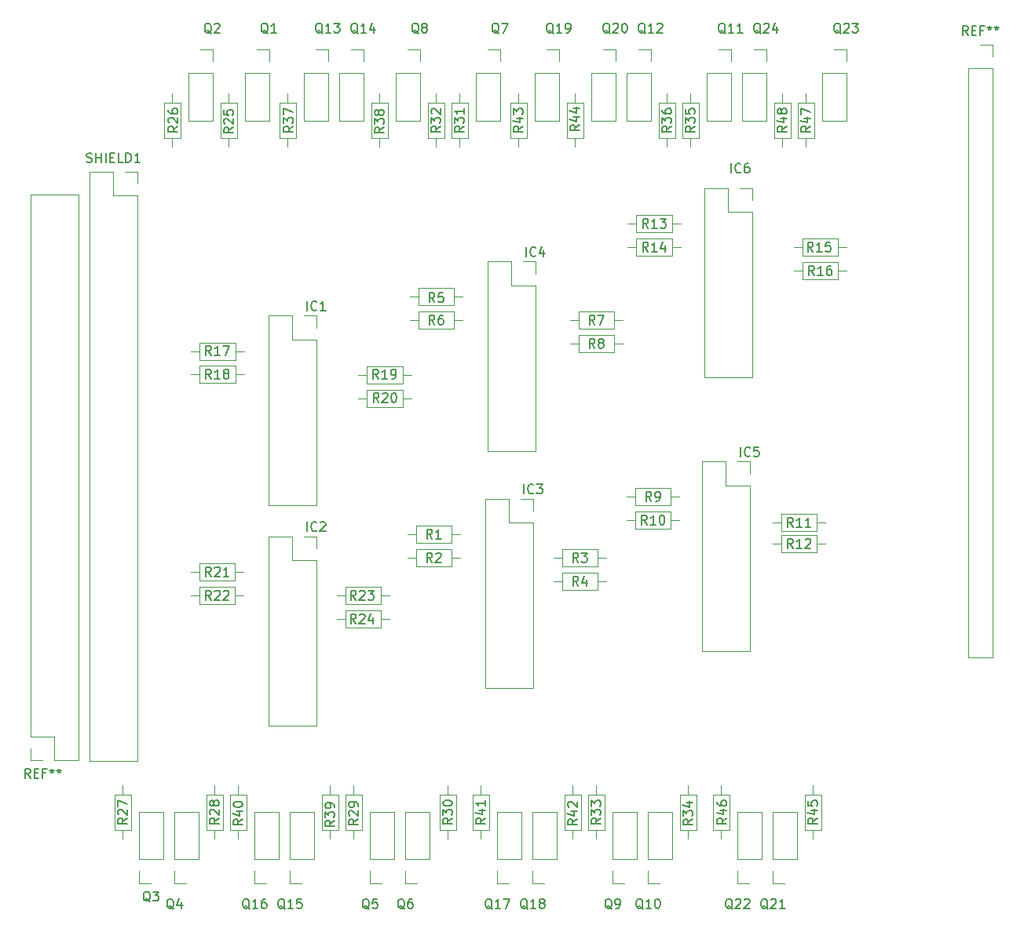
<source format=gbr>
G04 #@! TF.GenerationSoftware,KiCad,Pcbnew,(5.1.6)-1*
G04 #@! TF.CreationDate,2020-12-09T17:55:00+01:00*
G04 #@! TF.ProjectId,Rolety Bart_omiej Torczy_o,526f6c65-7479-4204-9261-7274426f6d69,rev?*
G04 #@! TF.SameCoordinates,Original*
G04 #@! TF.FileFunction,Legend,Top*
G04 #@! TF.FilePolarity,Positive*
%FSLAX46Y46*%
G04 Gerber Fmt 4.6, Leading zero omitted, Abs format (unit mm)*
G04 Created by KiCad (PCBNEW (5.1.6)-1) date 2020-12-09 17:55:00*
%MOMM*%
%LPD*%
G01*
G04 APERTURE LIST*
%ADD10C,0.120000*%
%ADD11C,0.150000*%
G04 APERTURE END LIST*
D10*
X22352000Y-117348000D02*
X21022000Y-117348000D01*
X21022000Y-117348000D02*
X21022000Y-116018000D01*
X23622000Y-117348000D02*
X23622000Y-114748000D01*
X23622000Y-114748000D02*
X21022000Y-114748000D01*
X21022000Y-114748000D02*
X21022000Y-56268000D01*
X26222000Y-56268000D02*
X21022000Y-56268000D01*
X26222000Y-117348000D02*
X26222000Y-56268000D01*
X26222000Y-117348000D02*
X23622000Y-117348000D01*
X93412000Y-85077000D02*
X96012000Y-85077000D01*
X93412000Y-85077000D02*
X93412000Y-105517000D01*
X93412000Y-105517000D02*
X98612000Y-105517000D01*
X98612000Y-87677000D02*
X98612000Y-105517000D01*
X96012000Y-87677000D02*
X98612000Y-87677000D01*
X96012000Y-85077000D02*
X96012000Y-87677000D01*
X98612000Y-85077000D02*
X98612000Y-86407000D01*
X97282000Y-85077000D02*
X98612000Y-85077000D01*
X70044000Y-89094000D02*
X72644000Y-89094000D01*
X70044000Y-89094000D02*
X70044000Y-109534000D01*
X70044000Y-109534000D02*
X75244000Y-109534000D01*
X75244000Y-91694000D02*
X75244000Y-109534000D01*
X72644000Y-91694000D02*
X75244000Y-91694000D01*
X72644000Y-89094000D02*
X72644000Y-91694000D01*
X75244000Y-89094000D02*
X75244000Y-90424000D01*
X73914000Y-89094000D02*
X75244000Y-89094000D01*
X46676000Y-93158000D02*
X49276000Y-93158000D01*
X46676000Y-93158000D02*
X46676000Y-113598000D01*
X46676000Y-113598000D02*
X51876000Y-113598000D01*
X51876000Y-95758000D02*
X51876000Y-113598000D01*
X49276000Y-95758000D02*
X51876000Y-95758000D01*
X49276000Y-93158000D02*
X49276000Y-95758000D01*
X51876000Y-93158000D02*
X51876000Y-94488000D01*
X50546000Y-93158000D02*
X51876000Y-93158000D01*
X70298000Y-63487000D02*
X72898000Y-63487000D01*
X70298000Y-63487000D02*
X70298000Y-83927000D01*
X70298000Y-83927000D02*
X75498000Y-83927000D01*
X75498000Y-66087000D02*
X75498000Y-83927000D01*
X72898000Y-66087000D02*
X75498000Y-66087000D01*
X72898000Y-63487000D02*
X72898000Y-66087000D01*
X75498000Y-63487000D02*
X75498000Y-64817000D01*
X74168000Y-63487000D02*
X75498000Y-63487000D01*
X46676000Y-69328500D02*
X49276000Y-69328500D01*
X46676000Y-69328500D02*
X46676000Y-89768500D01*
X46676000Y-89768500D02*
X51876000Y-89768500D01*
X51876000Y-71928500D02*
X51876000Y-89768500D01*
X49276000Y-71928500D02*
X51876000Y-71928500D01*
X49276000Y-69328500D02*
X49276000Y-71928500D01*
X51876000Y-69328500D02*
X51876000Y-70658500D01*
X50546000Y-69328500D02*
X51876000Y-69328500D01*
X31242000Y-53788000D02*
X32572000Y-53788000D01*
X32572000Y-53788000D02*
X32572000Y-55118000D01*
X29972000Y-53788000D02*
X29972000Y-56388000D01*
X29972000Y-56388000D02*
X32572000Y-56388000D01*
X32572000Y-56388000D02*
X32572000Y-117408000D01*
X27372000Y-117408000D02*
X32572000Y-117408000D01*
X27372000Y-53788000D02*
X27372000Y-117408000D01*
X27372000Y-53788000D02*
X29972000Y-53788000D01*
X93666000Y-55566000D02*
X96266000Y-55566000D01*
X93666000Y-55566000D02*
X93666000Y-76006000D01*
X93666000Y-76006000D02*
X98866000Y-76006000D01*
X98866000Y-58166000D02*
X98866000Y-76006000D01*
X96266000Y-58166000D02*
X98866000Y-58166000D01*
X96266000Y-55566000D02*
X96266000Y-58166000D01*
X98866000Y-55566000D02*
X98866000Y-56896000D01*
X97536000Y-55566000D02*
X98866000Y-55566000D01*
X106366000Y-43180000D02*
X109026000Y-43180000D01*
X106366000Y-43180000D02*
X106366000Y-48320000D01*
X106366000Y-48320000D02*
X109026000Y-48320000D01*
X109026000Y-43180000D02*
X109026000Y-48320000D01*
X109026000Y-40580000D02*
X109026000Y-41910000D01*
X107696000Y-40580000D02*
X109026000Y-40580000D01*
X97730000Y-43180000D02*
X100390000Y-43180000D01*
X97730000Y-43180000D02*
X97730000Y-48320000D01*
X97730000Y-48320000D02*
X100390000Y-48320000D01*
X100390000Y-43180000D02*
X100390000Y-48320000D01*
X100390000Y-40580000D02*
X100390000Y-41910000D01*
X99060000Y-40580000D02*
X100390000Y-40580000D01*
X93920000Y-43180000D02*
X96580000Y-43180000D01*
X93920000Y-43180000D02*
X93920000Y-48320000D01*
X93920000Y-48320000D02*
X96580000Y-48320000D01*
X96580000Y-43180000D02*
X96580000Y-48320000D01*
X96580000Y-40580000D02*
X96580000Y-41910000D01*
X95250000Y-40580000D02*
X96580000Y-40580000D01*
X85284000Y-43180000D02*
X87944000Y-43180000D01*
X85284000Y-43180000D02*
X85284000Y-48320000D01*
X85284000Y-48320000D02*
X87944000Y-48320000D01*
X87944000Y-43180000D02*
X87944000Y-48320000D01*
X87944000Y-40580000D02*
X87944000Y-41910000D01*
X86614000Y-40580000D02*
X87944000Y-40580000D01*
X81474000Y-43180000D02*
X84134000Y-43180000D01*
X81474000Y-43180000D02*
X81474000Y-48320000D01*
X81474000Y-48320000D02*
X84134000Y-48320000D01*
X84134000Y-43180000D02*
X84134000Y-48320000D01*
X84134000Y-40580000D02*
X84134000Y-41910000D01*
X82804000Y-40580000D02*
X84134000Y-40580000D01*
X75378000Y-43180000D02*
X78038000Y-43180000D01*
X75378000Y-43180000D02*
X75378000Y-48320000D01*
X75378000Y-48320000D02*
X78038000Y-48320000D01*
X78038000Y-43180000D02*
X78038000Y-48320000D01*
X78038000Y-40580000D02*
X78038000Y-41910000D01*
X76708000Y-40580000D02*
X78038000Y-40580000D01*
X69028000Y-43180000D02*
X71688000Y-43180000D01*
X69028000Y-43180000D02*
X69028000Y-48320000D01*
X69028000Y-48320000D02*
X71688000Y-48320000D01*
X71688000Y-43180000D02*
X71688000Y-48320000D01*
X71688000Y-40580000D02*
X71688000Y-41910000D01*
X70358000Y-40580000D02*
X71688000Y-40580000D01*
X60392000Y-43180000D02*
X63052000Y-43180000D01*
X60392000Y-43180000D02*
X60392000Y-48320000D01*
X60392000Y-48320000D02*
X63052000Y-48320000D01*
X63052000Y-43180000D02*
X63052000Y-48320000D01*
X63052000Y-40580000D02*
X63052000Y-41910000D01*
X61722000Y-40580000D02*
X63052000Y-40580000D01*
X54296000Y-43180000D02*
X56956000Y-43180000D01*
X54296000Y-43180000D02*
X54296000Y-48320000D01*
X54296000Y-48320000D02*
X56956000Y-48320000D01*
X56956000Y-43180000D02*
X56956000Y-48320000D01*
X56956000Y-40580000D02*
X56956000Y-41910000D01*
X55626000Y-40580000D02*
X56956000Y-40580000D01*
X50486000Y-43180000D02*
X53146000Y-43180000D01*
X50486000Y-43180000D02*
X50486000Y-48320000D01*
X50486000Y-48320000D02*
X53146000Y-48320000D01*
X53146000Y-43180000D02*
X53146000Y-48320000D01*
X53146000Y-40580000D02*
X53146000Y-41910000D01*
X51816000Y-40580000D02*
X53146000Y-40580000D01*
X44136000Y-43180000D02*
X46796000Y-43180000D01*
X44136000Y-43180000D02*
X44136000Y-48320000D01*
X44136000Y-48320000D02*
X46796000Y-48320000D01*
X46796000Y-43180000D02*
X46796000Y-48320000D01*
X46796000Y-40580000D02*
X46796000Y-41910000D01*
X45466000Y-40580000D02*
X46796000Y-40580000D01*
X38024200Y-43190600D02*
X40684200Y-43190600D01*
X38024200Y-43190600D02*
X38024200Y-48330600D01*
X38024200Y-48330600D02*
X40684200Y-48330600D01*
X40684200Y-43190600D02*
X40684200Y-48330600D01*
X40684200Y-40590600D02*
X40684200Y-41920600D01*
X39354200Y-40590600D02*
X40684200Y-40590600D01*
X103692000Y-128016000D02*
X101032000Y-128016000D01*
X103692000Y-128016000D02*
X103692000Y-122876000D01*
X103692000Y-122876000D02*
X101032000Y-122876000D01*
X101032000Y-128016000D02*
X101032000Y-122876000D01*
X101032000Y-130616000D02*
X101032000Y-129286000D01*
X102362000Y-130616000D02*
X101032000Y-130616000D01*
X99882000Y-128016000D02*
X97222000Y-128016000D01*
X99882000Y-128016000D02*
X99882000Y-122876000D01*
X99882000Y-122876000D02*
X97222000Y-122876000D01*
X97222000Y-128016000D02*
X97222000Y-122876000D01*
X97222000Y-130616000D02*
X97222000Y-129286000D01*
X98552000Y-130616000D02*
X97222000Y-130616000D01*
X90230000Y-128016000D02*
X87570000Y-128016000D01*
X90230000Y-128016000D02*
X90230000Y-122876000D01*
X90230000Y-122876000D02*
X87570000Y-122876000D01*
X87570000Y-128016000D02*
X87570000Y-122876000D01*
X87570000Y-130616000D02*
X87570000Y-129286000D01*
X88900000Y-130616000D02*
X87570000Y-130616000D01*
X86420000Y-128016000D02*
X83760000Y-128016000D01*
X86420000Y-128016000D02*
X86420000Y-122876000D01*
X86420000Y-122876000D02*
X83760000Y-122876000D01*
X83760000Y-128016000D02*
X83760000Y-122876000D01*
X83760000Y-130616000D02*
X83760000Y-129286000D01*
X85090000Y-130616000D02*
X83760000Y-130616000D01*
X77784000Y-128016000D02*
X75124000Y-128016000D01*
X77784000Y-128016000D02*
X77784000Y-122876000D01*
X77784000Y-122876000D02*
X75124000Y-122876000D01*
X75124000Y-128016000D02*
X75124000Y-122876000D01*
X75124000Y-130616000D02*
X75124000Y-129286000D01*
X76454000Y-130616000D02*
X75124000Y-130616000D01*
X73974000Y-128016000D02*
X71314000Y-128016000D01*
X73974000Y-128016000D02*
X73974000Y-122876000D01*
X73974000Y-122876000D02*
X71314000Y-122876000D01*
X71314000Y-128016000D02*
X71314000Y-122876000D01*
X71314000Y-130616000D02*
X71314000Y-129286000D01*
X72644000Y-130616000D02*
X71314000Y-130616000D01*
X64068000Y-128016000D02*
X61408000Y-128016000D01*
X64068000Y-128016000D02*
X64068000Y-122876000D01*
X64068000Y-122876000D02*
X61408000Y-122876000D01*
X61408000Y-128016000D02*
X61408000Y-122876000D01*
X61408000Y-130616000D02*
X61408000Y-129286000D01*
X62738000Y-130616000D02*
X61408000Y-130616000D01*
X60258000Y-128016000D02*
X57598000Y-128016000D01*
X60258000Y-128016000D02*
X60258000Y-122876000D01*
X60258000Y-122876000D02*
X57598000Y-122876000D01*
X57598000Y-128016000D02*
X57598000Y-122876000D01*
X57598000Y-130616000D02*
X57598000Y-129286000D01*
X58928000Y-130616000D02*
X57598000Y-130616000D01*
X51622000Y-128016000D02*
X48962000Y-128016000D01*
X51622000Y-128016000D02*
X51622000Y-122876000D01*
X51622000Y-122876000D02*
X48962000Y-122876000D01*
X48962000Y-128016000D02*
X48962000Y-122876000D01*
X48962000Y-130616000D02*
X48962000Y-129286000D01*
X50292000Y-130616000D02*
X48962000Y-130616000D01*
X47812000Y-128016000D02*
X45152000Y-128016000D01*
X47812000Y-128016000D02*
X47812000Y-122876000D01*
X47812000Y-122876000D02*
X45152000Y-122876000D01*
X45152000Y-128016000D02*
X45152000Y-122876000D01*
X45152000Y-130616000D02*
X45152000Y-129286000D01*
X46482000Y-130616000D02*
X45152000Y-130616000D01*
X39176000Y-128016000D02*
X36516000Y-128016000D01*
X39176000Y-128016000D02*
X39176000Y-122876000D01*
X39176000Y-122876000D02*
X36516000Y-122876000D01*
X36516000Y-128016000D02*
X36516000Y-122876000D01*
X36516000Y-130616000D02*
X36516000Y-129286000D01*
X37846000Y-130616000D02*
X36516000Y-130616000D01*
X122114000Y-42672000D02*
X124774000Y-42672000D01*
X122114000Y-42672000D02*
X122114000Y-106232000D01*
X122114000Y-106232000D02*
X124774000Y-106232000D01*
X124774000Y-42672000D02*
X124774000Y-106232000D01*
X124774000Y-40072000D02*
X124774000Y-41402000D01*
X123444000Y-40072000D02*
X124774000Y-40072000D01*
X54960000Y-124856000D02*
X56800000Y-124856000D01*
X56800000Y-124856000D02*
X56800000Y-121016000D01*
X56800000Y-121016000D02*
X54960000Y-121016000D01*
X54960000Y-121016000D02*
X54960000Y-124856000D01*
X55880000Y-125806000D02*
X55880000Y-124856000D01*
X55880000Y-120066000D02*
X55880000Y-121016000D01*
X52420000Y-124856000D02*
X54260000Y-124856000D01*
X54260000Y-124856000D02*
X54260000Y-121016000D01*
X54260000Y-121016000D02*
X52420000Y-121016000D01*
X52420000Y-121016000D02*
X52420000Y-124856000D01*
X53340000Y-125806000D02*
X53340000Y-124856000D01*
X53340000Y-120066000D02*
X53340000Y-121016000D01*
X42514000Y-124856000D02*
X44354000Y-124856000D01*
X44354000Y-124856000D02*
X44354000Y-121016000D01*
X44354000Y-121016000D02*
X42514000Y-121016000D01*
X42514000Y-121016000D02*
X42514000Y-124856000D01*
X43434000Y-125806000D02*
X43434000Y-124856000D01*
X43434000Y-120066000D02*
X43434000Y-121016000D01*
X39974000Y-124856000D02*
X41814000Y-124856000D01*
X41814000Y-124856000D02*
X41814000Y-121016000D01*
X41814000Y-121016000D02*
X39974000Y-121016000D01*
X39974000Y-121016000D02*
X39974000Y-124856000D01*
X40894000Y-125806000D02*
X40894000Y-124856000D01*
X40894000Y-120066000D02*
X40894000Y-121016000D01*
X30068000Y-124856000D02*
X31908000Y-124856000D01*
X31908000Y-124856000D02*
X31908000Y-121016000D01*
X31908000Y-121016000D02*
X30068000Y-121016000D01*
X30068000Y-121016000D02*
X30068000Y-124856000D01*
X30988000Y-125806000D02*
X30988000Y-124856000D01*
X30988000Y-120066000D02*
X30988000Y-121016000D01*
X37242000Y-46340000D02*
X35402000Y-46340000D01*
X35402000Y-46340000D02*
X35402000Y-50180000D01*
X35402000Y-50180000D02*
X37242000Y-50180000D01*
X37242000Y-50180000D02*
X37242000Y-46340000D01*
X36322000Y-45390000D02*
X36322000Y-46340000D01*
X36322000Y-51130000D02*
X36322000Y-50180000D01*
X43338000Y-46340000D02*
X41498000Y-46340000D01*
X41498000Y-46340000D02*
X41498000Y-50180000D01*
X41498000Y-50180000D02*
X43338000Y-50180000D01*
X43338000Y-50180000D02*
X43338000Y-46340000D01*
X42418000Y-45390000D02*
X42418000Y-46340000D01*
X42418000Y-51130000D02*
X42418000Y-50180000D01*
X49688000Y-46340000D02*
X47848000Y-46340000D01*
X47848000Y-46340000D02*
X47848000Y-50180000D01*
X47848000Y-50180000D02*
X49688000Y-50180000D01*
X49688000Y-50180000D02*
X49688000Y-46340000D01*
X48768000Y-45390000D02*
X48768000Y-46340000D01*
X48768000Y-51130000D02*
X48768000Y-50180000D01*
X59594000Y-46340000D02*
X57754000Y-46340000D01*
X57754000Y-46340000D02*
X57754000Y-50180000D01*
X57754000Y-50180000D02*
X59594000Y-50180000D01*
X59594000Y-50180000D02*
X59594000Y-46340000D01*
X58674000Y-45390000D02*
X58674000Y-46340000D01*
X58674000Y-51130000D02*
X58674000Y-50180000D01*
X54976000Y-101188000D02*
X54976000Y-103028000D01*
X54976000Y-103028000D02*
X58816000Y-103028000D01*
X58816000Y-103028000D02*
X58816000Y-101188000D01*
X58816000Y-101188000D02*
X54976000Y-101188000D01*
X54026000Y-102108000D02*
X54976000Y-102108000D01*
X59766000Y-102108000D02*
X58816000Y-102108000D01*
X54976000Y-98648000D02*
X54976000Y-100488000D01*
X54976000Y-100488000D02*
X58816000Y-100488000D01*
X58816000Y-100488000D02*
X58816000Y-98648000D01*
X58816000Y-98648000D02*
X54976000Y-98648000D01*
X54026000Y-99568000D02*
X54976000Y-99568000D01*
X59766000Y-99568000D02*
X58816000Y-99568000D01*
X39228000Y-98648000D02*
X39228000Y-100488000D01*
X39228000Y-100488000D02*
X43068000Y-100488000D01*
X43068000Y-100488000D02*
X43068000Y-98648000D01*
X43068000Y-98648000D02*
X39228000Y-98648000D01*
X38278000Y-99568000D02*
X39228000Y-99568000D01*
X44018000Y-99568000D02*
X43068000Y-99568000D01*
X66436000Y-93884000D02*
X66436000Y-92044000D01*
X66436000Y-92044000D02*
X62596000Y-92044000D01*
X62596000Y-92044000D02*
X62596000Y-93884000D01*
X62596000Y-93884000D02*
X66436000Y-93884000D01*
X67386000Y-92964000D02*
X66436000Y-92964000D01*
X61646000Y-92964000D02*
X62596000Y-92964000D01*
X66436000Y-96424000D02*
X66436000Y-94584000D01*
X66436000Y-94584000D02*
X62596000Y-94584000D01*
X62596000Y-94584000D02*
X62596000Y-96424000D01*
X62596000Y-96424000D02*
X66436000Y-96424000D01*
X67386000Y-95504000D02*
X66436000Y-95504000D01*
X61646000Y-95504000D02*
X62596000Y-95504000D01*
X78344000Y-94584000D02*
X78344000Y-96424000D01*
X78344000Y-96424000D02*
X82184000Y-96424000D01*
X82184000Y-96424000D02*
X82184000Y-94584000D01*
X82184000Y-94584000D02*
X78344000Y-94584000D01*
X77394000Y-95504000D02*
X78344000Y-95504000D01*
X83134000Y-95504000D02*
X82184000Y-95504000D01*
X78344000Y-97124000D02*
X78344000Y-98964000D01*
X78344000Y-98964000D02*
X82184000Y-98964000D01*
X82184000Y-98964000D02*
X82184000Y-97124000D01*
X82184000Y-97124000D02*
X78344000Y-97124000D01*
X77394000Y-98044000D02*
X78344000Y-98044000D01*
X83134000Y-98044000D02*
X82184000Y-98044000D01*
X66690000Y-68230000D02*
X66690000Y-66390000D01*
X66690000Y-66390000D02*
X62850000Y-66390000D01*
X62850000Y-66390000D02*
X62850000Y-68230000D01*
X62850000Y-68230000D02*
X66690000Y-68230000D01*
X67640000Y-67310000D02*
X66690000Y-67310000D01*
X61900000Y-67310000D02*
X62850000Y-67310000D01*
X66690000Y-70770000D02*
X66690000Y-68930000D01*
X66690000Y-68930000D02*
X62850000Y-68930000D01*
X62850000Y-68930000D02*
X62850000Y-70770000D01*
X62850000Y-70770000D02*
X66690000Y-70770000D01*
X67640000Y-69850000D02*
X66690000Y-69850000D01*
X61900000Y-69850000D02*
X62850000Y-69850000D01*
X80122000Y-68930000D02*
X80122000Y-70770000D01*
X80122000Y-70770000D02*
X83962000Y-70770000D01*
X83962000Y-70770000D02*
X83962000Y-68930000D01*
X83962000Y-68930000D02*
X80122000Y-68930000D01*
X79172000Y-69850000D02*
X80122000Y-69850000D01*
X84912000Y-69850000D02*
X83962000Y-69850000D01*
X80122000Y-71470000D02*
X80122000Y-73310000D01*
X80122000Y-73310000D02*
X83962000Y-73310000D01*
X83962000Y-73310000D02*
X83962000Y-71470000D01*
X83962000Y-71470000D02*
X80122000Y-71470000D01*
X79172000Y-72390000D02*
X80122000Y-72390000D01*
X84912000Y-72390000D02*
X83962000Y-72390000D01*
X90058000Y-89820000D02*
X90058000Y-87980000D01*
X90058000Y-87980000D02*
X86218000Y-87980000D01*
X86218000Y-87980000D02*
X86218000Y-89820000D01*
X86218000Y-89820000D02*
X90058000Y-89820000D01*
X91008000Y-88900000D02*
X90058000Y-88900000D01*
X85268000Y-88900000D02*
X86218000Y-88900000D01*
X90058000Y-92360000D02*
X90058000Y-90520000D01*
X90058000Y-90520000D02*
X86218000Y-90520000D01*
X86218000Y-90520000D02*
X86218000Y-92360000D01*
X86218000Y-92360000D02*
X90058000Y-92360000D01*
X91008000Y-91440000D02*
X90058000Y-91440000D01*
X85268000Y-91440000D02*
X86218000Y-91440000D01*
X101966000Y-90774000D02*
X101966000Y-92614000D01*
X101966000Y-92614000D02*
X105806000Y-92614000D01*
X105806000Y-92614000D02*
X105806000Y-90774000D01*
X105806000Y-90774000D02*
X101966000Y-90774000D01*
X101016000Y-91694000D02*
X101966000Y-91694000D01*
X106756000Y-91694000D02*
X105806000Y-91694000D01*
X101966000Y-93060000D02*
X101966000Y-94900000D01*
X101966000Y-94900000D02*
X105806000Y-94900000D01*
X105806000Y-94900000D02*
X105806000Y-93060000D01*
X105806000Y-93060000D02*
X101966000Y-93060000D01*
X101016000Y-93980000D02*
X101966000Y-93980000D01*
X106756000Y-93980000D02*
X105806000Y-93980000D01*
X90198000Y-60356000D02*
X90198000Y-58516000D01*
X90198000Y-58516000D02*
X86358000Y-58516000D01*
X86358000Y-58516000D02*
X86358000Y-60356000D01*
X86358000Y-60356000D02*
X90198000Y-60356000D01*
X91148000Y-59436000D02*
X90198000Y-59436000D01*
X85408000Y-59436000D02*
X86358000Y-59436000D01*
X90198000Y-62896000D02*
X90198000Y-61056000D01*
X90198000Y-61056000D02*
X86358000Y-61056000D01*
X86358000Y-61056000D02*
X86358000Y-62896000D01*
X86358000Y-62896000D02*
X90198000Y-62896000D01*
X91148000Y-61976000D02*
X90198000Y-61976000D01*
X85408000Y-61976000D02*
X86358000Y-61976000D01*
X104252000Y-61056000D02*
X104252000Y-62896000D01*
X104252000Y-62896000D02*
X108092000Y-62896000D01*
X108092000Y-62896000D02*
X108092000Y-61056000D01*
X108092000Y-61056000D02*
X104252000Y-61056000D01*
X103302000Y-61976000D02*
X104252000Y-61976000D01*
X109042000Y-61976000D02*
X108092000Y-61976000D01*
X104252000Y-63596000D02*
X104252000Y-65436000D01*
X104252000Y-65436000D02*
X108092000Y-65436000D01*
X108092000Y-65436000D02*
X108092000Y-63596000D01*
X108092000Y-63596000D02*
X104252000Y-63596000D01*
X103302000Y-64516000D02*
X104252000Y-64516000D01*
X109042000Y-64516000D02*
X108092000Y-64516000D01*
X43121000Y-74118500D02*
X43121000Y-72278500D01*
X43121000Y-72278500D02*
X39281000Y-72278500D01*
X39281000Y-72278500D02*
X39281000Y-74118500D01*
X39281000Y-74118500D02*
X43121000Y-74118500D01*
X44071000Y-73198500D02*
X43121000Y-73198500D01*
X38331000Y-73198500D02*
X39281000Y-73198500D01*
X43121000Y-76612000D02*
X43121000Y-74772000D01*
X43121000Y-74772000D02*
X39281000Y-74772000D01*
X39281000Y-74772000D02*
X39281000Y-76612000D01*
X39281000Y-76612000D02*
X43121000Y-76612000D01*
X44071000Y-75692000D02*
X43121000Y-75692000D01*
X38331000Y-75692000D02*
X39281000Y-75692000D01*
X57315000Y-74818500D02*
X57315000Y-76658500D01*
X57315000Y-76658500D02*
X61155000Y-76658500D01*
X61155000Y-76658500D02*
X61155000Y-74818500D01*
X61155000Y-74818500D02*
X57315000Y-74818500D01*
X56365000Y-75738500D02*
X57315000Y-75738500D01*
X62105000Y-75738500D02*
X61155000Y-75738500D01*
X57315000Y-77358500D02*
X57315000Y-79198500D01*
X57315000Y-79198500D02*
X61155000Y-79198500D01*
X61155000Y-79198500D02*
X61155000Y-77358500D01*
X61155000Y-77358500D02*
X57315000Y-77358500D01*
X56365000Y-78278500D02*
X57315000Y-78278500D01*
X62105000Y-78278500D02*
X61155000Y-78278500D01*
X43068000Y-97948000D02*
X43068000Y-96108000D01*
X43068000Y-96108000D02*
X39228000Y-96108000D01*
X39228000Y-96108000D02*
X39228000Y-97948000D01*
X39228000Y-97948000D02*
X43068000Y-97948000D01*
X44018000Y-97028000D02*
X43068000Y-97028000D01*
X38278000Y-97028000D02*
X39228000Y-97028000D01*
X65120000Y-124856000D02*
X66960000Y-124856000D01*
X66960000Y-124856000D02*
X66960000Y-121016000D01*
X66960000Y-121016000D02*
X65120000Y-121016000D01*
X65120000Y-121016000D02*
X65120000Y-124856000D01*
X66040000Y-125806000D02*
X66040000Y-124856000D01*
X66040000Y-120066000D02*
X66040000Y-121016000D01*
X68676000Y-124856000D02*
X70516000Y-124856000D01*
X70516000Y-124856000D02*
X70516000Y-121016000D01*
X70516000Y-121016000D02*
X68676000Y-121016000D01*
X68676000Y-121016000D02*
X68676000Y-124856000D01*
X69596000Y-125806000D02*
X69596000Y-124856000D01*
X69596000Y-120066000D02*
X69596000Y-121016000D01*
X78582000Y-124856000D02*
X80422000Y-124856000D01*
X80422000Y-124856000D02*
X80422000Y-121016000D01*
X80422000Y-121016000D02*
X78582000Y-121016000D01*
X78582000Y-121016000D02*
X78582000Y-124856000D01*
X79502000Y-125806000D02*
X79502000Y-124856000D01*
X79502000Y-120066000D02*
X79502000Y-121016000D01*
X80676000Y-46340000D02*
X78836000Y-46340000D01*
X78836000Y-46340000D02*
X78836000Y-50180000D01*
X78836000Y-50180000D02*
X80676000Y-50180000D01*
X80676000Y-50180000D02*
X80676000Y-46340000D01*
X79756000Y-45390000D02*
X79756000Y-46340000D01*
X79756000Y-51130000D02*
X79756000Y-50180000D01*
X74580000Y-46340000D02*
X72740000Y-46340000D01*
X72740000Y-46340000D02*
X72740000Y-50180000D01*
X72740000Y-50180000D02*
X74580000Y-50180000D01*
X74580000Y-50180000D02*
X74580000Y-46340000D01*
X73660000Y-45390000D02*
X73660000Y-46340000D01*
X73660000Y-51130000D02*
X73660000Y-50180000D01*
X68230000Y-46340000D02*
X66390000Y-46340000D01*
X66390000Y-46340000D02*
X66390000Y-50180000D01*
X66390000Y-50180000D02*
X68230000Y-50180000D01*
X68230000Y-50180000D02*
X68230000Y-46340000D01*
X67310000Y-45390000D02*
X67310000Y-46340000D01*
X67310000Y-51130000D02*
X67310000Y-50180000D01*
X65690000Y-46340000D02*
X63850000Y-46340000D01*
X63850000Y-46340000D02*
X63850000Y-50180000D01*
X63850000Y-50180000D02*
X65690000Y-50180000D01*
X65690000Y-50180000D02*
X65690000Y-46340000D01*
X64770000Y-45390000D02*
X64770000Y-46340000D01*
X64770000Y-51130000D02*
X64770000Y-50180000D01*
X81122000Y-124856000D02*
X82962000Y-124856000D01*
X82962000Y-124856000D02*
X82962000Y-121016000D01*
X82962000Y-121016000D02*
X81122000Y-121016000D01*
X81122000Y-121016000D02*
X81122000Y-124856000D01*
X82042000Y-125806000D02*
X82042000Y-124856000D01*
X82042000Y-120066000D02*
X82042000Y-121016000D01*
X91028000Y-124856000D02*
X92868000Y-124856000D01*
X92868000Y-124856000D02*
X92868000Y-121016000D01*
X92868000Y-121016000D02*
X91028000Y-121016000D01*
X91028000Y-121016000D02*
X91028000Y-124856000D01*
X91948000Y-125806000D02*
X91948000Y-124856000D01*
X91948000Y-120066000D02*
X91948000Y-121016000D01*
X94584000Y-124856000D02*
X96424000Y-124856000D01*
X96424000Y-124856000D02*
X96424000Y-121016000D01*
X96424000Y-121016000D02*
X94584000Y-121016000D01*
X94584000Y-121016000D02*
X94584000Y-124856000D01*
X95504000Y-125806000D02*
X95504000Y-124856000D01*
X95504000Y-120066000D02*
X95504000Y-121016000D01*
X104490000Y-124856000D02*
X106330000Y-124856000D01*
X106330000Y-124856000D02*
X106330000Y-121016000D01*
X106330000Y-121016000D02*
X104490000Y-121016000D01*
X104490000Y-121016000D02*
X104490000Y-124856000D01*
X105410000Y-125806000D02*
X105410000Y-124856000D01*
X105410000Y-120066000D02*
X105410000Y-121016000D01*
X103728000Y-50180000D02*
X105568000Y-50180000D01*
X105568000Y-50180000D02*
X105568000Y-46340000D01*
X105568000Y-46340000D02*
X103728000Y-46340000D01*
X103728000Y-46340000D02*
X103728000Y-50180000D01*
X104648000Y-51130000D02*
X104648000Y-50180000D01*
X104648000Y-45390000D02*
X104648000Y-46340000D01*
X101188000Y-50180000D02*
X103028000Y-50180000D01*
X103028000Y-50180000D02*
X103028000Y-46340000D01*
X103028000Y-46340000D02*
X101188000Y-46340000D01*
X101188000Y-46340000D02*
X101188000Y-50180000D01*
X102108000Y-51130000D02*
X102108000Y-50180000D01*
X102108000Y-45390000D02*
X102108000Y-46340000D01*
X91282000Y-50180000D02*
X93122000Y-50180000D01*
X93122000Y-50180000D02*
X93122000Y-46340000D01*
X93122000Y-46340000D02*
X91282000Y-46340000D01*
X91282000Y-46340000D02*
X91282000Y-50180000D01*
X92202000Y-51130000D02*
X92202000Y-50180000D01*
X92202000Y-45390000D02*
X92202000Y-46340000D01*
X88742000Y-50180000D02*
X90582000Y-50180000D01*
X90582000Y-50180000D02*
X90582000Y-46340000D01*
X90582000Y-46340000D02*
X88742000Y-46340000D01*
X88742000Y-46340000D02*
X88742000Y-50180000D01*
X89662000Y-51130000D02*
X89662000Y-50180000D01*
X89662000Y-45390000D02*
X89662000Y-46340000D01*
X34036000Y-130616000D02*
X32706000Y-130616000D01*
X32706000Y-130616000D02*
X32706000Y-129286000D01*
X32706000Y-128016000D02*
X32706000Y-122876000D01*
X35366000Y-122876000D02*
X32706000Y-122876000D01*
X35366000Y-128016000D02*
X35366000Y-122876000D01*
X35366000Y-128016000D02*
X32706000Y-128016000D01*
D11*
X21018666Y-119240380D02*
X20685333Y-118764190D01*
X20447238Y-119240380D02*
X20447238Y-118240380D01*
X20828190Y-118240380D01*
X20923428Y-118288000D01*
X20971047Y-118335619D01*
X21018666Y-118430857D01*
X21018666Y-118573714D01*
X20971047Y-118668952D01*
X20923428Y-118716571D01*
X20828190Y-118764190D01*
X20447238Y-118764190D01*
X21447238Y-118716571D02*
X21780571Y-118716571D01*
X21923428Y-119240380D02*
X21447238Y-119240380D01*
X21447238Y-118240380D01*
X21923428Y-118240380D01*
X22685333Y-118716571D02*
X22352000Y-118716571D01*
X22352000Y-119240380D02*
X22352000Y-118240380D01*
X22828190Y-118240380D01*
X23352000Y-118240380D02*
X23352000Y-118478476D01*
X23113904Y-118383238D02*
X23352000Y-118478476D01*
X23590095Y-118383238D01*
X23209142Y-118668952D02*
X23352000Y-118478476D01*
X23494857Y-118668952D01*
X24113904Y-118240380D02*
X24113904Y-118478476D01*
X23875809Y-118383238D02*
X24113904Y-118478476D01*
X24352000Y-118383238D01*
X23971047Y-118668952D02*
X24113904Y-118478476D01*
X24256761Y-118668952D01*
X97575809Y-84529380D02*
X97575809Y-83529380D01*
X98623428Y-84434142D02*
X98575809Y-84481761D01*
X98432952Y-84529380D01*
X98337714Y-84529380D01*
X98194857Y-84481761D01*
X98099619Y-84386523D01*
X98052000Y-84291285D01*
X98004380Y-84100809D01*
X98004380Y-83957952D01*
X98052000Y-83767476D01*
X98099619Y-83672238D01*
X98194857Y-83577000D01*
X98337714Y-83529380D01*
X98432952Y-83529380D01*
X98575809Y-83577000D01*
X98623428Y-83624619D01*
X99528190Y-83529380D02*
X99052000Y-83529380D01*
X99004380Y-84005571D01*
X99052000Y-83957952D01*
X99147238Y-83910333D01*
X99385333Y-83910333D01*
X99480571Y-83957952D01*
X99528190Y-84005571D01*
X99575809Y-84100809D01*
X99575809Y-84338904D01*
X99528190Y-84434142D01*
X99480571Y-84481761D01*
X99385333Y-84529380D01*
X99147238Y-84529380D01*
X99052000Y-84481761D01*
X99004380Y-84434142D01*
X74207809Y-88546380D02*
X74207809Y-87546380D01*
X75255428Y-88451142D02*
X75207809Y-88498761D01*
X75064952Y-88546380D01*
X74969714Y-88546380D01*
X74826857Y-88498761D01*
X74731619Y-88403523D01*
X74684000Y-88308285D01*
X74636380Y-88117809D01*
X74636380Y-87974952D01*
X74684000Y-87784476D01*
X74731619Y-87689238D01*
X74826857Y-87594000D01*
X74969714Y-87546380D01*
X75064952Y-87546380D01*
X75207809Y-87594000D01*
X75255428Y-87641619D01*
X75588761Y-87546380D02*
X76207809Y-87546380D01*
X75874476Y-87927333D01*
X76017333Y-87927333D01*
X76112571Y-87974952D01*
X76160190Y-88022571D01*
X76207809Y-88117809D01*
X76207809Y-88355904D01*
X76160190Y-88451142D01*
X76112571Y-88498761D01*
X76017333Y-88546380D01*
X75731619Y-88546380D01*
X75636380Y-88498761D01*
X75588761Y-88451142D01*
X50839809Y-92610380D02*
X50839809Y-91610380D01*
X51887428Y-92515142D02*
X51839809Y-92562761D01*
X51696952Y-92610380D01*
X51601714Y-92610380D01*
X51458857Y-92562761D01*
X51363619Y-92467523D01*
X51316000Y-92372285D01*
X51268380Y-92181809D01*
X51268380Y-92038952D01*
X51316000Y-91848476D01*
X51363619Y-91753238D01*
X51458857Y-91658000D01*
X51601714Y-91610380D01*
X51696952Y-91610380D01*
X51839809Y-91658000D01*
X51887428Y-91705619D01*
X52268380Y-91705619D02*
X52316000Y-91658000D01*
X52411238Y-91610380D01*
X52649333Y-91610380D01*
X52744571Y-91658000D01*
X52792190Y-91705619D01*
X52839809Y-91800857D01*
X52839809Y-91896095D01*
X52792190Y-92038952D01*
X52220761Y-92610380D01*
X52839809Y-92610380D01*
X74461809Y-62939380D02*
X74461809Y-61939380D01*
X75509428Y-62844142D02*
X75461809Y-62891761D01*
X75318952Y-62939380D01*
X75223714Y-62939380D01*
X75080857Y-62891761D01*
X74985619Y-62796523D01*
X74938000Y-62701285D01*
X74890380Y-62510809D01*
X74890380Y-62367952D01*
X74938000Y-62177476D01*
X74985619Y-62082238D01*
X75080857Y-61987000D01*
X75223714Y-61939380D01*
X75318952Y-61939380D01*
X75461809Y-61987000D01*
X75509428Y-62034619D01*
X76366571Y-62272714D02*
X76366571Y-62939380D01*
X76128476Y-61891761D02*
X75890380Y-62606047D01*
X76509428Y-62606047D01*
X50839809Y-68780880D02*
X50839809Y-67780880D01*
X51887428Y-68685642D02*
X51839809Y-68733261D01*
X51696952Y-68780880D01*
X51601714Y-68780880D01*
X51458857Y-68733261D01*
X51363619Y-68638023D01*
X51316000Y-68542785D01*
X51268380Y-68352309D01*
X51268380Y-68209452D01*
X51316000Y-68018976D01*
X51363619Y-67923738D01*
X51458857Y-67828500D01*
X51601714Y-67780880D01*
X51696952Y-67780880D01*
X51839809Y-67828500D01*
X51887428Y-67876119D01*
X52839809Y-68780880D02*
X52268380Y-68780880D01*
X52554095Y-68780880D02*
X52554095Y-67780880D01*
X52458857Y-67923738D01*
X52363619Y-68018976D01*
X52268380Y-68066595D01*
X27091047Y-52752761D02*
X27233904Y-52800380D01*
X27472000Y-52800380D01*
X27567238Y-52752761D01*
X27614857Y-52705142D01*
X27662476Y-52609904D01*
X27662476Y-52514666D01*
X27614857Y-52419428D01*
X27567238Y-52371809D01*
X27472000Y-52324190D01*
X27281523Y-52276571D01*
X27186285Y-52228952D01*
X27138666Y-52181333D01*
X27091047Y-52086095D01*
X27091047Y-51990857D01*
X27138666Y-51895619D01*
X27186285Y-51848000D01*
X27281523Y-51800380D01*
X27519619Y-51800380D01*
X27662476Y-51848000D01*
X28091047Y-52800380D02*
X28091047Y-51800380D01*
X28091047Y-52276571D02*
X28662476Y-52276571D01*
X28662476Y-52800380D02*
X28662476Y-51800380D01*
X29138666Y-52800380D02*
X29138666Y-51800380D01*
X29614857Y-52276571D02*
X29948190Y-52276571D01*
X30091047Y-52800380D02*
X29614857Y-52800380D01*
X29614857Y-51800380D01*
X30091047Y-51800380D01*
X30995809Y-52800380D02*
X30519619Y-52800380D01*
X30519619Y-51800380D01*
X31329142Y-52800380D02*
X31329142Y-51800380D01*
X31567238Y-51800380D01*
X31710095Y-51848000D01*
X31805333Y-51943238D01*
X31852952Y-52038476D01*
X31900571Y-52228952D01*
X31900571Y-52371809D01*
X31852952Y-52562285D01*
X31805333Y-52657523D01*
X31710095Y-52752761D01*
X31567238Y-52800380D01*
X31329142Y-52800380D01*
X32852952Y-52800380D02*
X32281523Y-52800380D01*
X32567238Y-52800380D02*
X32567238Y-51800380D01*
X32472000Y-51943238D01*
X32376761Y-52038476D01*
X32281523Y-52086095D01*
X96559809Y-53919380D02*
X96559809Y-52919380D01*
X97607428Y-53824142D02*
X97559809Y-53871761D01*
X97416952Y-53919380D01*
X97321714Y-53919380D01*
X97178857Y-53871761D01*
X97083619Y-53776523D01*
X97036000Y-53681285D01*
X96988380Y-53490809D01*
X96988380Y-53347952D01*
X97036000Y-53157476D01*
X97083619Y-53062238D01*
X97178857Y-52967000D01*
X97321714Y-52919380D01*
X97416952Y-52919380D01*
X97559809Y-52967000D01*
X97607428Y-53014619D01*
X98464571Y-52919380D02*
X98274095Y-52919380D01*
X98178857Y-52967000D01*
X98131238Y-53014619D01*
X98036000Y-53157476D01*
X97988380Y-53347952D01*
X97988380Y-53728904D01*
X98036000Y-53824142D01*
X98083619Y-53871761D01*
X98178857Y-53919380D01*
X98369333Y-53919380D01*
X98464571Y-53871761D01*
X98512190Y-53824142D01*
X98559809Y-53728904D01*
X98559809Y-53490809D01*
X98512190Y-53395571D01*
X98464571Y-53347952D01*
X98369333Y-53300333D01*
X98178857Y-53300333D01*
X98083619Y-53347952D01*
X98036000Y-53395571D01*
X97988380Y-53490809D01*
X108394571Y-38897619D02*
X108299333Y-38850000D01*
X108204095Y-38754761D01*
X108061238Y-38611904D01*
X107966000Y-38564285D01*
X107870761Y-38564285D01*
X107918380Y-38802380D02*
X107823142Y-38754761D01*
X107727904Y-38659523D01*
X107680285Y-38469047D01*
X107680285Y-38135714D01*
X107727904Y-37945238D01*
X107823142Y-37850000D01*
X107918380Y-37802380D01*
X108108857Y-37802380D01*
X108204095Y-37850000D01*
X108299333Y-37945238D01*
X108346952Y-38135714D01*
X108346952Y-38469047D01*
X108299333Y-38659523D01*
X108204095Y-38754761D01*
X108108857Y-38802380D01*
X107918380Y-38802380D01*
X108727904Y-37897619D02*
X108775523Y-37850000D01*
X108870761Y-37802380D01*
X109108857Y-37802380D01*
X109204095Y-37850000D01*
X109251714Y-37897619D01*
X109299333Y-37992857D01*
X109299333Y-38088095D01*
X109251714Y-38230952D01*
X108680285Y-38802380D01*
X109299333Y-38802380D01*
X109632666Y-37802380D02*
X110251714Y-37802380D01*
X109918380Y-38183333D01*
X110061238Y-38183333D01*
X110156476Y-38230952D01*
X110204095Y-38278571D01*
X110251714Y-38373809D01*
X110251714Y-38611904D01*
X110204095Y-38707142D01*
X110156476Y-38754761D01*
X110061238Y-38802380D01*
X109775523Y-38802380D01*
X109680285Y-38754761D01*
X109632666Y-38707142D01*
X99758571Y-38897619D02*
X99663333Y-38850000D01*
X99568095Y-38754761D01*
X99425238Y-38611904D01*
X99330000Y-38564285D01*
X99234761Y-38564285D01*
X99282380Y-38802380D02*
X99187142Y-38754761D01*
X99091904Y-38659523D01*
X99044285Y-38469047D01*
X99044285Y-38135714D01*
X99091904Y-37945238D01*
X99187142Y-37850000D01*
X99282380Y-37802380D01*
X99472857Y-37802380D01*
X99568095Y-37850000D01*
X99663333Y-37945238D01*
X99710952Y-38135714D01*
X99710952Y-38469047D01*
X99663333Y-38659523D01*
X99568095Y-38754761D01*
X99472857Y-38802380D01*
X99282380Y-38802380D01*
X100091904Y-37897619D02*
X100139523Y-37850000D01*
X100234761Y-37802380D01*
X100472857Y-37802380D01*
X100568095Y-37850000D01*
X100615714Y-37897619D01*
X100663333Y-37992857D01*
X100663333Y-38088095D01*
X100615714Y-38230952D01*
X100044285Y-38802380D01*
X100663333Y-38802380D01*
X101520476Y-38135714D02*
X101520476Y-38802380D01*
X101282380Y-37754761D02*
X101044285Y-38469047D01*
X101663333Y-38469047D01*
X95948571Y-38897619D02*
X95853333Y-38850000D01*
X95758095Y-38754761D01*
X95615238Y-38611904D01*
X95520000Y-38564285D01*
X95424761Y-38564285D01*
X95472380Y-38802380D02*
X95377142Y-38754761D01*
X95281904Y-38659523D01*
X95234285Y-38469047D01*
X95234285Y-38135714D01*
X95281904Y-37945238D01*
X95377142Y-37850000D01*
X95472380Y-37802380D01*
X95662857Y-37802380D01*
X95758095Y-37850000D01*
X95853333Y-37945238D01*
X95900952Y-38135714D01*
X95900952Y-38469047D01*
X95853333Y-38659523D01*
X95758095Y-38754761D01*
X95662857Y-38802380D01*
X95472380Y-38802380D01*
X96853333Y-38802380D02*
X96281904Y-38802380D01*
X96567619Y-38802380D02*
X96567619Y-37802380D01*
X96472380Y-37945238D01*
X96377142Y-38040476D01*
X96281904Y-38088095D01*
X97805714Y-38802380D02*
X97234285Y-38802380D01*
X97520000Y-38802380D02*
X97520000Y-37802380D01*
X97424761Y-37945238D01*
X97329523Y-38040476D01*
X97234285Y-38088095D01*
X87312571Y-38897619D02*
X87217333Y-38850000D01*
X87122095Y-38754761D01*
X86979238Y-38611904D01*
X86884000Y-38564285D01*
X86788761Y-38564285D01*
X86836380Y-38802380D02*
X86741142Y-38754761D01*
X86645904Y-38659523D01*
X86598285Y-38469047D01*
X86598285Y-38135714D01*
X86645904Y-37945238D01*
X86741142Y-37850000D01*
X86836380Y-37802380D01*
X87026857Y-37802380D01*
X87122095Y-37850000D01*
X87217333Y-37945238D01*
X87264952Y-38135714D01*
X87264952Y-38469047D01*
X87217333Y-38659523D01*
X87122095Y-38754761D01*
X87026857Y-38802380D01*
X86836380Y-38802380D01*
X88217333Y-38802380D02*
X87645904Y-38802380D01*
X87931619Y-38802380D02*
X87931619Y-37802380D01*
X87836380Y-37945238D01*
X87741142Y-38040476D01*
X87645904Y-38088095D01*
X88598285Y-37897619D02*
X88645904Y-37850000D01*
X88741142Y-37802380D01*
X88979238Y-37802380D01*
X89074476Y-37850000D01*
X89122095Y-37897619D01*
X89169714Y-37992857D01*
X89169714Y-38088095D01*
X89122095Y-38230952D01*
X88550666Y-38802380D01*
X89169714Y-38802380D01*
X83502571Y-38897619D02*
X83407333Y-38850000D01*
X83312095Y-38754761D01*
X83169238Y-38611904D01*
X83074000Y-38564285D01*
X82978761Y-38564285D01*
X83026380Y-38802380D02*
X82931142Y-38754761D01*
X82835904Y-38659523D01*
X82788285Y-38469047D01*
X82788285Y-38135714D01*
X82835904Y-37945238D01*
X82931142Y-37850000D01*
X83026380Y-37802380D01*
X83216857Y-37802380D01*
X83312095Y-37850000D01*
X83407333Y-37945238D01*
X83454952Y-38135714D01*
X83454952Y-38469047D01*
X83407333Y-38659523D01*
X83312095Y-38754761D01*
X83216857Y-38802380D01*
X83026380Y-38802380D01*
X83835904Y-37897619D02*
X83883523Y-37850000D01*
X83978761Y-37802380D01*
X84216857Y-37802380D01*
X84312095Y-37850000D01*
X84359714Y-37897619D01*
X84407333Y-37992857D01*
X84407333Y-38088095D01*
X84359714Y-38230952D01*
X83788285Y-38802380D01*
X84407333Y-38802380D01*
X85026380Y-37802380D02*
X85121619Y-37802380D01*
X85216857Y-37850000D01*
X85264476Y-37897619D01*
X85312095Y-37992857D01*
X85359714Y-38183333D01*
X85359714Y-38421428D01*
X85312095Y-38611904D01*
X85264476Y-38707142D01*
X85216857Y-38754761D01*
X85121619Y-38802380D01*
X85026380Y-38802380D01*
X84931142Y-38754761D01*
X84883523Y-38707142D01*
X84835904Y-38611904D01*
X84788285Y-38421428D01*
X84788285Y-38183333D01*
X84835904Y-37992857D01*
X84883523Y-37897619D01*
X84931142Y-37850000D01*
X85026380Y-37802380D01*
X77406571Y-38897619D02*
X77311333Y-38850000D01*
X77216095Y-38754761D01*
X77073238Y-38611904D01*
X76978000Y-38564285D01*
X76882761Y-38564285D01*
X76930380Y-38802380D02*
X76835142Y-38754761D01*
X76739904Y-38659523D01*
X76692285Y-38469047D01*
X76692285Y-38135714D01*
X76739904Y-37945238D01*
X76835142Y-37850000D01*
X76930380Y-37802380D01*
X77120857Y-37802380D01*
X77216095Y-37850000D01*
X77311333Y-37945238D01*
X77358952Y-38135714D01*
X77358952Y-38469047D01*
X77311333Y-38659523D01*
X77216095Y-38754761D01*
X77120857Y-38802380D01*
X76930380Y-38802380D01*
X78311333Y-38802380D02*
X77739904Y-38802380D01*
X78025619Y-38802380D02*
X78025619Y-37802380D01*
X77930380Y-37945238D01*
X77835142Y-38040476D01*
X77739904Y-38088095D01*
X78787523Y-38802380D02*
X78978000Y-38802380D01*
X79073238Y-38754761D01*
X79120857Y-38707142D01*
X79216095Y-38564285D01*
X79263714Y-38373809D01*
X79263714Y-37992857D01*
X79216095Y-37897619D01*
X79168476Y-37850000D01*
X79073238Y-37802380D01*
X78882761Y-37802380D01*
X78787523Y-37850000D01*
X78739904Y-37897619D01*
X78692285Y-37992857D01*
X78692285Y-38230952D01*
X78739904Y-38326190D01*
X78787523Y-38373809D01*
X78882761Y-38421428D01*
X79073238Y-38421428D01*
X79168476Y-38373809D01*
X79216095Y-38326190D01*
X79263714Y-38230952D01*
X71532761Y-38897619D02*
X71437523Y-38850000D01*
X71342285Y-38754761D01*
X71199428Y-38611904D01*
X71104190Y-38564285D01*
X71008952Y-38564285D01*
X71056571Y-38802380D02*
X70961333Y-38754761D01*
X70866095Y-38659523D01*
X70818476Y-38469047D01*
X70818476Y-38135714D01*
X70866095Y-37945238D01*
X70961333Y-37850000D01*
X71056571Y-37802380D01*
X71247047Y-37802380D01*
X71342285Y-37850000D01*
X71437523Y-37945238D01*
X71485142Y-38135714D01*
X71485142Y-38469047D01*
X71437523Y-38659523D01*
X71342285Y-38754761D01*
X71247047Y-38802380D01*
X71056571Y-38802380D01*
X71818476Y-37802380D02*
X72485142Y-37802380D01*
X72056571Y-38802380D01*
X62896761Y-38897619D02*
X62801523Y-38850000D01*
X62706285Y-38754761D01*
X62563428Y-38611904D01*
X62468190Y-38564285D01*
X62372952Y-38564285D01*
X62420571Y-38802380D02*
X62325333Y-38754761D01*
X62230095Y-38659523D01*
X62182476Y-38469047D01*
X62182476Y-38135714D01*
X62230095Y-37945238D01*
X62325333Y-37850000D01*
X62420571Y-37802380D01*
X62611047Y-37802380D01*
X62706285Y-37850000D01*
X62801523Y-37945238D01*
X62849142Y-38135714D01*
X62849142Y-38469047D01*
X62801523Y-38659523D01*
X62706285Y-38754761D01*
X62611047Y-38802380D01*
X62420571Y-38802380D01*
X63420571Y-38230952D02*
X63325333Y-38183333D01*
X63277714Y-38135714D01*
X63230095Y-38040476D01*
X63230095Y-37992857D01*
X63277714Y-37897619D01*
X63325333Y-37850000D01*
X63420571Y-37802380D01*
X63611047Y-37802380D01*
X63706285Y-37850000D01*
X63753904Y-37897619D01*
X63801523Y-37992857D01*
X63801523Y-38040476D01*
X63753904Y-38135714D01*
X63706285Y-38183333D01*
X63611047Y-38230952D01*
X63420571Y-38230952D01*
X63325333Y-38278571D01*
X63277714Y-38326190D01*
X63230095Y-38421428D01*
X63230095Y-38611904D01*
X63277714Y-38707142D01*
X63325333Y-38754761D01*
X63420571Y-38802380D01*
X63611047Y-38802380D01*
X63706285Y-38754761D01*
X63753904Y-38707142D01*
X63801523Y-38611904D01*
X63801523Y-38421428D01*
X63753904Y-38326190D01*
X63706285Y-38278571D01*
X63611047Y-38230952D01*
X56324571Y-38897619D02*
X56229333Y-38850000D01*
X56134095Y-38754761D01*
X55991238Y-38611904D01*
X55896000Y-38564285D01*
X55800761Y-38564285D01*
X55848380Y-38802380D02*
X55753142Y-38754761D01*
X55657904Y-38659523D01*
X55610285Y-38469047D01*
X55610285Y-38135714D01*
X55657904Y-37945238D01*
X55753142Y-37850000D01*
X55848380Y-37802380D01*
X56038857Y-37802380D01*
X56134095Y-37850000D01*
X56229333Y-37945238D01*
X56276952Y-38135714D01*
X56276952Y-38469047D01*
X56229333Y-38659523D01*
X56134095Y-38754761D01*
X56038857Y-38802380D01*
X55848380Y-38802380D01*
X57229333Y-38802380D02*
X56657904Y-38802380D01*
X56943619Y-38802380D02*
X56943619Y-37802380D01*
X56848380Y-37945238D01*
X56753142Y-38040476D01*
X56657904Y-38088095D01*
X58086476Y-38135714D02*
X58086476Y-38802380D01*
X57848380Y-37754761D02*
X57610285Y-38469047D01*
X58229333Y-38469047D01*
X52514571Y-38897619D02*
X52419333Y-38850000D01*
X52324095Y-38754761D01*
X52181238Y-38611904D01*
X52086000Y-38564285D01*
X51990761Y-38564285D01*
X52038380Y-38802380D02*
X51943142Y-38754761D01*
X51847904Y-38659523D01*
X51800285Y-38469047D01*
X51800285Y-38135714D01*
X51847904Y-37945238D01*
X51943142Y-37850000D01*
X52038380Y-37802380D01*
X52228857Y-37802380D01*
X52324095Y-37850000D01*
X52419333Y-37945238D01*
X52466952Y-38135714D01*
X52466952Y-38469047D01*
X52419333Y-38659523D01*
X52324095Y-38754761D01*
X52228857Y-38802380D01*
X52038380Y-38802380D01*
X53419333Y-38802380D02*
X52847904Y-38802380D01*
X53133619Y-38802380D02*
X53133619Y-37802380D01*
X53038380Y-37945238D01*
X52943142Y-38040476D01*
X52847904Y-38088095D01*
X53752666Y-37802380D02*
X54371714Y-37802380D01*
X54038380Y-38183333D01*
X54181238Y-38183333D01*
X54276476Y-38230952D01*
X54324095Y-38278571D01*
X54371714Y-38373809D01*
X54371714Y-38611904D01*
X54324095Y-38707142D01*
X54276476Y-38754761D01*
X54181238Y-38802380D01*
X53895523Y-38802380D01*
X53800285Y-38754761D01*
X53752666Y-38707142D01*
X46640761Y-38897619D02*
X46545523Y-38850000D01*
X46450285Y-38754761D01*
X46307428Y-38611904D01*
X46212190Y-38564285D01*
X46116952Y-38564285D01*
X46164571Y-38802380D02*
X46069333Y-38754761D01*
X45974095Y-38659523D01*
X45926476Y-38469047D01*
X45926476Y-38135714D01*
X45974095Y-37945238D01*
X46069333Y-37850000D01*
X46164571Y-37802380D01*
X46355047Y-37802380D01*
X46450285Y-37850000D01*
X46545523Y-37945238D01*
X46593142Y-38135714D01*
X46593142Y-38469047D01*
X46545523Y-38659523D01*
X46450285Y-38754761D01*
X46355047Y-38802380D01*
X46164571Y-38802380D01*
X47545523Y-38802380D02*
X46974095Y-38802380D01*
X47259809Y-38802380D02*
X47259809Y-37802380D01*
X47164571Y-37945238D01*
X47069333Y-38040476D01*
X46974095Y-38088095D01*
X40528961Y-38908219D02*
X40433723Y-38860600D01*
X40338485Y-38765361D01*
X40195628Y-38622504D01*
X40100390Y-38574885D01*
X40005152Y-38574885D01*
X40052771Y-38812980D02*
X39957533Y-38765361D01*
X39862295Y-38670123D01*
X39814676Y-38479647D01*
X39814676Y-38146314D01*
X39862295Y-37955838D01*
X39957533Y-37860600D01*
X40052771Y-37812980D01*
X40243247Y-37812980D01*
X40338485Y-37860600D01*
X40433723Y-37955838D01*
X40481342Y-38146314D01*
X40481342Y-38479647D01*
X40433723Y-38670123D01*
X40338485Y-38765361D01*
X40243247Y-38812980D01*
X40052771Y-38812980D01*
X40862295Y-37908219D02*
X40909914Y-37860600D01*
X41005152Y-37812980D01*
X41243247Y-37812980D01*
X41338485Y-37860600D01*
X41386104Y-37908219D01*
X41433723Y-38003457D01*
X41433723Y-38098695D01*
X41386104Y-38241552D01*
X40814676Y-38812980D01*
X41433723Y-38812980D01*
X100520571Y-133393619D02*
X100425333Y-133346000D01*
X100330095Y-133250761D01*
X100187238Y-133107904D01*
X100092000Y-133060285D01*
X99996761Y-133060285D01*
X100044380Y-133298380D02*
X99949142Y-133250761D01*
X99853904Y-133155523D01*
X99806285Y-132965047D01*
X99806285Y-132631714D01*
X99853904Y-132441238D01*
X99949142Y-132346000D01*
X100044380Y-132298380D01*
X100234857Y-132298380D01*
X100330095Y-132346000D01*
X100425333Y-132441238D01*
X100472952Y-132631714D01*
X100472952Y-132965047D01*
X100425333Y-133155523D01*
X100330095Y-133250761D01*
X100234857Y-133298380D01*
X100044380Y-133298380D01*
X100853904Y-132393619D02*
X100901523Y-132346000D01*
X100996761Y-132298380D01*
X101234857Y-132298380D01*
X101330095Y-132346000D01*
X101377714Y-132393619D01*
X101425333Y-132488857D01*
X101425333Y-132584095D01*
X101377714Y-132726952D01*
X100806285Y-133298380D01*
X101425333Y-133298380D01*
X102377714Y-133298380D02*
X101806285Y-133298380D01*
X102092000Y-133298380D02*
X102092000Y-132298380D01*
X101996761Y-132441238D01*
X101901523Y-132536476D01*
X101806285Y-132584095D01*
X96710571Y-133393619D02*
X96615333Y-133346000D01*
X96520095Y-133250761D01*
X96377238Y-133107904D01*
X96282000Y-133060285D01*
X96186761Y-133060285D01*
X96234380Y-133298380D02*
X96139142Y-133250761D01*
X96043904Y-133155523D01*
X95996285Y-132965047D01*
X95996285Y-132631714D01*
X96043904Y-132441238D01*
X96139142Y-132346000D01*
X96234380Y-132298380D01*
X96424857Y-132298380D01*
X96520095Y-132346000D01*
X96615333Y-132441238D01*
X96662952Y-132631714D01*
X96662952Y-132965047D01*
X96615333Y-133155523D01*
X96520095Y-133250761D01*
X96424857Y-133298380D01*
X96234380Y-133298380D01*
X97043904Y-132393619D02*
X97091523Y-132346000D01*
X97186761Y-132298380D01*
X97424857Y-132298380D01*
X97520095Y-132346000D01*
X97567714Y-132393619D01*
X97615333Y-132488857D01*
X97615333Y-132584095D01*
X97567714Y-132726952D01*
X96996285Y-133298380D01*
X97615333Y-133298380D01*
X97996285Y-132393619D02*
X98043904Y-132346000D01*
X98139142Y-132298380D01*
X98377238Y-132298380D01*
X98472476Y-132346000D01*
X98520095Y-132393619D01*
X98567714Y-132488857D01*
X98567714Y-132584095D01*
X98520095Y-132726952D01*
X97948666Y-133298380D01*
X98567714Y-133298380D01*
X87058571Y-133393619D02*
X86963333Y-133346000D01*
X86868095Y-133250761D01*
X86725238Y-133107904D01*
X86630000Y-133060285D01*
X86534761Y-133060285D01*
X86582380Y-133298380D02*
X86487142Y-133250761D01*
X86391904Y-133155523D01*
X86344285Y-132965047D01*
X86344285Y-132631714D01*
X86391904Y-132441238D01*
X86487142Y-132346000D01*
X86582380Y-132298380D01*
X86772857Y-132298380D01*
X86868095Y-132346000D01*
X86963333Y-132441238D01*
X87010952Y-132631714D01*
X87010952Y-132965047D01*
X86963333Y-133155523D01*
X86868095Y-133250761D01*
X86772857Y-133298380D01*
X86582380Y-133298380D01*
X87963333Y-133298380D02*
X87391904Y-133298380D01*
X87677619Y-133298380D02*
X87677619Y-132298380D01*
X87582380Y-132441238D01*
X87487142Y-132536476D01*
X87391904Y-132584095D01*
X88582380Y-132298380D02*
X88677619Y-132298380D01*
X88772857Y-132346000D01*
X88820476Y-132393619D01*
X88868095Y-132488857D01*
X88915714Y-132679333D01*
X88915714Y-132917428D01*
X88868095Y-133107904D01*
X88820476Y-133203142D01*
X88772857Y-133250761D01*
X88677619Y-133298380D01*
X88582380Y-133298380D01*
X88487142Y-133250761D01*
X88439523Y-133203142D01*
X88391904Y-133107904D01*
X88344285Y-132917428D01*
X88344285Y-132679333D01*
X88391904Y-132488857D01*
X88439523Y-132393619D01*
X88487142Y-132346000D01*
X88582380Y-132298380D01*
X83724761Y-133393619D02*
X83629523Y-133346000D01*
X83534285Y-133250761D01*
X83391428Y-133107904D01*
X83296190Y-133060285D01*
X83200952Y-133060285D01*
X83248571Y-133298380D02*
X83153333Y-133250761D01*
X83058095Y-133155523D01*
X83010476Y-132965047D01*
X83010476Y-132631714D01*
X83058095Y-132441238D01*
X83153333Y-132346000D01*
X83248571Y-132298380D01*
X83439047Y-132298380D01*
X83534285Y-132346000D01*
X83629523Y-132441238D01*
X83677142Y-132631714D01*
X83677142Y-132965047D01*
X83629523Y-133155523D01*
X83534285Y-133250761D01*
X83439047Y-133298380D01*
X83248571Y-133298380D01*
X84153333Y-133298380D02*
X84343809Y-133298380D01*
X84439047Y-133250761D01*
X84486666Y-133203142D01*
X84581904Y-133060285D01*
X84629523Y-132869809D01*
X84629523Y-132488857D01*
X84581904Y-132393619D01*
X84534285Y-132346000D01*
X84439047Y-132298380D01*
X84248571Y-132298380D01*
X84153333Y-132346000D01*
X84105714Y-132393619D01*
X84058095Y-132488857D01*
X84058095Y-132726952D01*
X84105714Y-132822190D01*
X84153333Y-132869809D01*
X84248571Y-132917428D01*
X84439047Y-132917428D01*
X84534285Y-132869809D01*
X84581904Y-132822190D01*
X84629523Y-132726952D01*
X74612571Y-133393619D02*
X74517333Y-133346000D01*
X74422095Y-133250761D01*
X74279238Y-133107904D01*
X74184000Y-133060285D01*
X74088761Y-133060285D01*
X74136380Y-133298380D02*
X74041142Y-133250761D01*
X73945904Y-133155523D01*
X73898285Y-132965047D01*
X73898285Y-132631714D01*
X73945904Y-132441238D01*
X74041142Y-132346000D01*
X74136380Y-132298380D01*
X74326857Y-132298380D01*
X74422095Y-132346000D01*
X74517333Y-132441238D01*
X74564952Y-132631714D01*
X74564952Y-132965047D01*
X74517333Y-133155523D01*
X74422095Y-133250761D01*
X74326857Y-133298380D01*
X74136380Y-133298380D01*
X75517333Y-133298380D02*
X74945904Y-133298380D01*
X75231619Y-133298380D02*
X75231619Y-132298380D01*
X75136380Y-132441238D01*
X75041142Y-132536476D01*
X74945904Y-132584095D01*
X76088761Y-132726952D02*
X75993523Y-132679333D01*
X75945904Y-132631714D01*
X75898285Y-132536476D01*
X75898285Y-132488857D01*
X75945904Y-132393619D01*
X75993523Y-132346000D01*
X76088761Y-132298380D01*
X76279238Y-132298380D01*
X76374476Y-132346000D01*
X76422095Y-132393619D01*
X76469714Y-132488857D01*
X76469714Y-132536476D01*
X76422095Y-132631714D01*
X76374476Y-132679333D01*
X76279238Y-132726952D01*
X76088761Y-132726952D01*
X75993523Y-132774571D01*
X75945904Y-132822190D01*
X75898285Y-132917428D01*
X75898285Y-133107904D01*
X75945904Y-133203142D01*
X75993523Y-133250761D01*
X76088761Y-133298380D01*
X76279238Y-133298380D01*
X76374476Y-133250761D01*
X76422095Y-133203142D01*
X76469714Y-133107904D01*
X76469714Y-132917428D01*
X76422095Y-132822190D01*
X76374476Y-132774571D01*
X76279238Y-132726952D01*
X70802571Y-133393619D02*
X70707333Y-133346000D01*
X70612095Y-133250761D01*
X70469238Y-133107904D01*
X70374000Y-133060285D01*
X70278761Y-133060285D01*
X70326380Y-133298380D02*
X70231142Y-133250761D01*
X70135904Y-133155523D01*
X70088285Y-132965047D01*
X70088285Y-132631714D01*
X70135904Y-132441238D01*
X70231142Y-132346000D01*
X70326380Y-132298380D01*
X70516857Y-132298380D01*
X70612095Y-132346000D01*
X70707333Y-132441238D01*
X70754952Y-132631714D01*
X70754952Y-132965047D01*
X70707333Y-133155523D01*
X70612095Y-133250761D01*
X70516857Y-133298380D01*
X70326380Y-133298380D01*
X71707333Y-133298380D02*
X71135904Y-133298380D01*
X71421619Y-133298380D02*
X71421619Y-132298380D01*
X71326380Y-132441238D01*
X71231142Y-132536476D01*
X71135904Y-132584095D01*
X72040666Y-132298380D02*
X72707333Y-132298380D01*
X72278761Y-133298380D01*
X61372761Y-133393619D02*
X61277523Y-133346000D01*
X61182285Y-133250761D01*
X61039428Y-133107904D01*
X60944190Y-133060285D01*
X60848952Y-133060285D01*
X60896571Y-133298380D02*
X60801333Y-133250761D01*
X60706095Y-133155523D01*
X60658476Y-132965047D01*
X60658476Y-132631714D01*
X60706095Y-132441238D01*
X60801333Y-132346000D01*
X60896571Y-132298380D01*
X61087047Y-132298380D01*
X61182285Y-132346000D01*
X61277523Y-132441238D01*
X61325142Y-132631714D01*
X61325142Y-132965047D01*
X61277523Y-133155523D01*
X61182285Y-133250761D01*
X61087047Y-133298380D01*
X60896571Y-133298380D01*
X62182285Y-132298380D02*
X61991809Y-132298380D01*
X61896571Y-132346000D01*
X61848952Y-132393619D01*
X61753714Y-132536476D01*
X61706095Y-132726952D01*
X61706095Y-133107904D01*
X61753714Y-133203142D01*
X61801333Y-133250761D01*
X61896571Y-133298380D01*
X62087047Y-133298380D01*
X62182285Y-133250761D01*
X62229904Y-133203142D01*
X62277523Y-133107904D01*
X62277523Y-132869809D01*
X62229904Y-132774571D01*
X62182285Y-132726952D01*
X62087047Y-132679333D01*
X61896571Y-132679333D01*
X61801333Y-132726952D01*
X61753714Y-132774571D01*
X61706095Y-132869809D01*
X57562761Y-133393619D02*
X57467523Y-133346000D01*
X57372285Y-133250761D01*
X57229428Y-133107904D01*
X57134190Y-133060285D01*
X57038952Y-133060285D01*
X57086571Y-133298380D02*
X56991333Y-133250761D01*
X56896095Y-133155523D01*
X56848476Y-132965047D01*
X56848476Y-132631714D01*
X56896095Y-132441238D01*
X56991333Y-132346000D01*
X57086571Y-132298380D01*
X57277047Y-132298380D01*
X57372285Y-132346000D01*
X57467523Y-132441238D01*
X57515142Y-132631714D01*
X57515142Y-132965047D01*
X57467523Y-133155523D01*
X57372285Y-133250761D01*
X57277047Y-133298380D01*
X57086571Y-133298380D01*
X58419904Y-132298380D02*
X57943714Y-132298380D01*
X57896095Y-132774571D01*
X57943714Y-132726952D01*
X58038952Y-132679333D01*
X58277047Y-132679333D01*
X58372285Y-132726952D01*
X58419904Y-132774571D01*
X58467523Y-132869809D01*
X58467523Y-133107904D01*
X58419904Y-133203142D01*
X58372285Y-133250761D01*
X58277047Y-133298380D01*
X58038952Y-133298380D01*
X57943714Y-133250761D01*
X57896095Y-133203142D01*
X48450571Y-133393619D02*
X48355333Y-133346000D01*
X48260095Y-133250761D01*
X48117238Y-133107904D01*
X48022000Y-133060285D01*
X47926761Y-133060285D01*
X47974380Y-133298380D02*
X47879142Y-133250761D01*
X47783904Y-133155523D01*
X47736285Y-132965047D01*
X47736285Y-132631714D01*
X47783904Y-132441238D01*
X47879142Y-132346000D01*
X47974380Y-132298380D01*
X48164857Y-132298380D01*
X48260095Y-132346000D01*
X48355333Y-132441238D01*
X48402952Y-132631714D01*
X48402952Y-132965047D01*
X48355333Y-133155523D01*
X48260095Y-133250761D01*
X48164857Y-133298380D01*
X47974380Y-133298380D01*
X49355333Y-133298380D02*
X48783904Y-133298380D01*
X49069619Y-133298380D02*
X49069619Y-132298380D01*
X48974380Y-132441238D01*
X48879142Y-132536476D01*
X48783904Y-132584095D01*
X50260095Y-132298380D02*
X49783904Y-132298380D01*
X49736285Y-132774571D01*
X49783904Y-132726952D01*
X49879142Y-132679333D01*
X50117238Y-132679333D01*
X50212476Y-132726952D01*
X50260095Y-132774571D01*
X50307714Y-132869809D01*
X50307714Y-133107904D01*
X50260095Y-133203142D01*
X50212476Y-133250761D01*
X50117238Y-133298380D01*
X49879142Y-133298380D01*
X49783904Y-133250761D01*
X49736285Y-133203142D01*
X44640571Y-133393619D02*
X44545333Y-133346000D01*
X44450095Y-133250761D01*
X44307238Y-133107904D01*
X44212000Y-133060285D01*
X44116761Y-133060285D01*
X44164380Y-133298380D02*
X44069142Y-133250761D01*
X43973904Y-133155523D01*
X43926285Y-132965047D01*
X43926285Y-132631714D01*
X43973904Y-132441238D01*
X44069142Y-132346000D01*
X44164380Y-132298380D01*
X44354857Y-132298380D01*
X44450095Y-132346000D01*
X44545333Y-132441238D01*
X44592952Y-132631714D01*
X44592952Y-132965047D01*
X44545333Y-133155523D01*
X44450095Y-133250761D01*
X44354857Y-133298380D01*
X44164380Y-133298380D01*
X45545333Y-133298380D02*
X44973904Y-133298380D01*
X45259619Y-133298380D02*
X45259619Y-132298380D01*
X45164380Y-132441238D01*
X45069142Y-132536476D01*
X44973904Y-132584095D01*
X46402476Y-132298380D02*
X46212000Y-132298380D01*
X46116761Y-132346000D01*
X46069142Y-132393619D01*
X45973904Y-132536476D01*
X45926285Y-132726952D01*
X45926285Y-133107904D01*
X45973904Y-133203142D01*
X46021523Y-133250761D01*
X46116761Y-133298380D01*
X46307238Y-133298380D01*
X46402476Y-133250761D01*
X46450095Y-133203142D01*
X46497714Y-133107904D01*
X46497714Y-132869809D01*
X46450095Y-132774571D01*
X46402476Y-132726952D01*
X46307238Y-132679333D01*
X46116761Y-132679333D01*
X46021523Y-132726952D01*
X45973904Y-132774571D01*
X45926285Y-132869809D01*
X36480761Y-133393619D02*
X36385523Y-133346000D01*
X36290285Y-133250761D01*
X36147428Y-133107904D01*
X36052190Y-133060285D01*
X35956952Y-133060285D01*
X36004571Y-133298380D02*
X35909333Y-133250761D01*
X35814095Y-133155523D01*
X35766476Y-132965047D01*
X35766476Y-132631714D01*
X35814095Y-132441238D01*
X35909333Y-132346000D01*
X36004571Y-132298380D01*
X36195047Y-132298380D01*
X36290285Y-132346000D01*
X36385523Y-132441238D01*
X36433142Y-132631714D01*
X36433142Y-132965047D01*
X36385523Y-133155523D01*
X36290285Y-133250761D01*
X36195047Y-133298380D01*
X36004571Y-133298380D01*
X37290285Y-132631714D02*
X37290285Y-133298380D01*
X37052190Y-132250761D02*
X36814095Y-132965047D01*
X37433142Y-132965047D01*
X122110666Y-39084380D02*
X121777333Y-38608190D01*
X121539238Y-39084380D02*
X121539238Y-38084380D01*
X121920190Y-38084380D01*
X122015428Y-38132000D01*
X122063047Y-38179619D01*
X122110666Y-38274857D01*
X122110666Y-38417714D01*
X122063047Y-38512952D01*
X122015428Y-38560571D01*
X121920190Y-38608190D01*
X121539238Y-38608190D01*
X122539238Y-38560571D02*
X122872571Y-38560571D01*
X123015428Y-39084380D02*
X122539238Y-39084380D01*
X122539238Y-38084380D01*
X123015428Y-38084380D01*
X123777333Y-38560571D02*
X123444000Y-38560571D01*
X123444000Y-39084380D02*
X123444000Y-38084380D01*
X123920190Y-38084380D01*
X124444000Y-38084380D02*
X124444000Y-38322476D01*
X124205904Y-38227238D02*
X124444000Y-38322476D01*
X124682095Y-38227238D01*
X124301142Y-38512952D02*
X124444000Y-38322476D01*
X124586857Y-38512952D01*
X125205904Y-38084380D02*
X125205904Y-38322476D01*
X124967809Y-38227238D02*
X125205904Y-38322476D01*
X125444000Y-38227238D01*
X125063047Y-38512952D02*
X125205904Y-38322476D01*
X125348761Y-38512952D01*
X56332380Y-123705857D02*
X55856190Y-124039190D01*
X56332380Y-124277285D02*
X55332380Y-124277285D01*
X55332380Y-123896333D01*
X55380000Y-123801095D01*
X55427619Y-123753476D01*
X55522857Y-123705857D01*
X55665714Y-123705857D01*
X55760952Y-123753476D01*
X55808571Y-123801095D01*
X55856190Y-123896333D01*
X55856190Y-124277285D01*
X55427619Y-123324904D02*
X55380000Y-123277285D01*
X55332380Y-123182047D01*
X55332380Y-122943952D01*
X55380000Y-122848714D01*
X55427619Y-122801095D01*
X55522857Y-122753476D01*
X55618095Y-122753476D01*
X55760952Y-122801095D01*
X56332380Y-123372523D01*
X56332380Y-122753476D01*
X56332380Y-122277285D02*
X56332380Y-122086809D01*
X56284761Y-121991571D01*
X56237142Y-121943952D01*
X56094285Y-121848714D01*
X55903809Y-121801095D01*
X55522857Y-121801095D01*
X55427619Y-121848714D01*
X55380000Y-121896333D01*
X55332380Y-121991571D01*
X55332380Y-122182047D01*
X55380000Y-122277285D01*
X55427619Y-122324904D01*
X55522857Y-122372523D01*
X55760952Y-122372523D01*
X55856190Y-122324904D01*
X55903809Y-122277285D01*
X55951428Y-122182047D01*
X55951428Y-121991571D01*
X55903809Y-121896333D01*
X55856190Y-121848714D01*
X55760952Y-121801095D01*
X53792380Y-123832857D02*
X53316190Y-124166190D01*
X53792380Y-124404285D02*
X52792380Y-124404285D01*
X52792380Y-124023333D01*
X52840000Y-123928095D01*
X52887619Y-123880476D01*
X52982857Y-123832857D01*
X53125714Y-123832857D01*
X53220952Y-123880476D01*
X53268571Y-123928095D01*
X53316190Y-124023333D01*
X53316190Y-124404285D01*
X52792380Y-123499523D02*
X52792380Y-122880476D01*
X53173333Y-123213809D01*
X53173333Y-123070952D01*
X53220952Y-122975714D01*
X53268571Y-122928095D01*
X53363809Y-122880476D01*
X53601904Y-122880476D01*
X53697142Y-122928095D01*
X53744761Y-122975714D01*
X53792380Y-123070952D01*
X53792380Y-123356666D01*
X53744761Y-123451904D01*
X53697142Y-123499523D01*
X53792380Y-122404285D02*
X53792380Y-122213809D01*
X53744761Y-122118571D01*
X53697142Y-122070952D01*
X53554285Y-121975714D01*
X53363809Y-121928095D01*
X52982857Y-121928095D01*
X52887619Y-121975714D01*
X52840000Y-122023333D01*
X52792380Y-122118571D01*
X52792380Y-122309047D01*
X52840000Y-122404285D01*
X52887619Y-122451904D01*
X52982857Y-122499523D01*
X53220952Y-122499523D01*
X53316190Y-122451904D01*
X53363809Y-122404285D01*
X53411428Y-122309047D01*
X53411428Y-122118571D01*
X53363809Y-122023333D01*
X53316190Y-121975714D01*
X53220952Y-121928095D01*
X43886380Y-123705857D02*
X43410190Y-124039190D01*
X43886380Y-124277285D02*
X42886380Y-124277285D01*
X42886380Y-123896333D01*
X42934000Y-123801095D01*
X42981619Y-123753476D01*
X43076857Y-123705857D01*
X43219714Y-123705857D01*
X43314952Y-123753476D01*
X43362571Y-123801095D01*
X43410190Y-123896333D01*
X43410190Y-124277285D01*
X43219714Y-122848714D02*
X43886380Y-122848714D01*
X42838761Y-123086809D02*
X43553047Y-123324904D01*
X43553047Y-122705857D01*
X42886380Y-122134428D02*
X42886380Y-122039190D01*
X42934000Y-121943952D01*
X42981619Y-121896333D01*
X43076857Y-121848714D01*
X43267333Y-121801095D01*
X43505428Y-121801095D01*
X43695904Y-121848714D01*
X43791142Y-121896333D01*
X43838761Y-121943952D01*
X43886380Y-122039190D01*
X43886380Y-122134428D01*
X43838761Y-122229666D01*
X43791142Y-122277285D01*
X43695904Y-122324904D01*
X43505428Y-122372523D01*
X43267333Y-122372523D01*
X43076857Y-122324904D01*
X42981619Y-122277285D01*
X42934000Y-122229666D01*
X42886380Y-122134428D01*
X41346380Y-123578857D02*
X40870190Y-123912190D01*
X41346380Y-124150285D02*
X40346380Y-124150285D01*
X40346380Y-123769333D01*
X40394000Y-123674095D01*
X40441619Y-123626476D01*
X40536857Y-123578857D01*
X40679714Y-123578857D01*
X40774952Y-123626476D01*
X40822571Y-123674095D01*
X40870190Y-123769333D01*
X40870190Y-124150285D01*
X40441619Y-123197904D02*
X40394000Y-123150285D01*
X40346380Y-123055047D01*
X40346380Y-122816952D01*
X40394000Y-122721714D01*
X40441619Y-122674095D01*
X40536857Y-122626476D01*
X40632095Y-122626476D01*
X40774952Y-122674095D01*
X41346380Y-123245523D01*
X41346380Y-122626476D01*
X40774952Y-122055047D02*
X40727333Y-122150285D01*
X40679714Y-122197904D01*
X40584476Y-122245523D01*
X40536857Y-122245523D01*
X40441619Y-122197904D01*
X40394000Y-122150285D01*
X40346380Y-122055047D01*
X40346380Y-121864571D01*
X40394000Y-121769333D01*
X40441619Y-121721714D01*
X40536857Y-121674095D01*
X40584476Y-121674095D01*
X40679714Y-121721714D01*
X40727333Y-121769333D01*
X40774952Y-121864571D01*
X40774952Y-122055047D01*
X40822571Y-122150285D01*
X40870190Y-122197904D01*
X40965428Y-122245523D01*
X41155904Y-122245523D01*
X41251142Y-122197904D01*
X41298761Y-122150285D01*
X41346380Y-122055047D01*
X41346380Y-121864571D01*
X41298761Y-121769333D01*
X41251142Y-121721714D01*
X41155904Y-121674095D01*
X40965428Y-121674095D01*
X40870190Y-121721714D01*
X40822571Y-121769333D01*
X40774952Y-121864571D01*
X31440380Y-123578857D02*
X30964190Y-123912190D01*
X31440380Y-124150285D02*
X30440380Y-124150285D01*
X30440380Y-123769333D01*
X30488000Y-123674095D01*
X30535619Y-123626476D01*
X30630857Y-123578857D01*
X30773714Y-123578857D01*
X30868952Y-123626476D01*
X30916571Y-123674095D01*
X30964190Y-123769333D01*
X30964190Y-124150285D01*
X30535619Y-123197904D02*
X30488000Y-123150285D01*
X30440380Y-123055047D01*
X30440380Y-122816952D01*
X30488000Y-122721714D01*
X30535619Y-122674095D01*
X30630857Y-122626476D01*
X30726095Y-122626476D01*
X30868952Y-122674095D01*
X31440380Y-123245523D01*
X31440380Y-122626476D01*
X30440380Y-122293142D02*
X30440380Y-121626476D01*
X31440380Y-122055047D01*
X36901380Y-48902857D02*
X36425190Y-49236190D01*
X36901380Y-49474285D02*
X35901380Y-49474285D01*
X35901380Y-49093333D01*
X35949000Y-48998095D01*
X35996619Y-48950476D01*
X36091857Y-48902857D01*
X36234714Y-48902857D01*
X36329952Y-48950476D01*
X36377571Y-48998095D01*
X36425190Y-49093333D01*
X36425190Y-49474285D01*
X35996619Y-48521904D02*
X35949000Y-48474285D01*
X35901380Y-48379047D01*
X35901380Y-48140952D01*
X35949000Y-48045714D01*
X35996619Y-47998095D01*
X36091857Y-47950476D01*
X36187095Y-47950476D01*
X36329952Y-47998095D01*
X36901380Y-48569523D01*
X36901380Y-47950476D01*
X35901380Y-47093333D02*
X35901380Y-47283809D01*
X35949000Y-47379047D01*
X35996619Y-47426666D01*
X36139476Y-47521904D01*
X36329952Y-47569523D01*
X36710904Y-47569523D01*
X36806142Y-47521904D01*
X36853761Y-47474285D01*
X36901380Y-47379047D01*
X36901380Y-47188571D01*
X36853761Y-47093333D01*
X36806142Y-47045714D01*
X36710904Y-46998095D01*
X36472809Y-46998095D01*
X36377571Y-47045714D01*
X36329952Y-47093333D01*
X36282333Y-47188571D01*
X36282333Y-47379047D01*
X36329952Y-47474285D01*
X36377571Y-47521904D01*
X36472809Y-47569523D01*
X42870380Y-49029857D02*
X42394190Y-49363190D01*
X42870380Y-49601285D02*
X41870380Y-49601285D01*
X41870380Y-49220333D01*
X41918000Y-49125095D01*
X41965619Y-49077476D01*
X42060857Y-49029857D01*
X42203714Y-49029857D01*
X42298952Y-49077476D01*
X42346571Y-49125095D01*
X42394190Y-49220333D01*
X42394190Y-49601285D01*
X41965619Y-48648904D02*
X41918000Y-48601285D01*
X41870380Y-48506047D01*
X41870380Y-48267952D01*
X41918000Y-48172714D01*
X41965619Y-48125095D01*
X42060857Y-48077476D01*
X42156095Y-48077476D01*
X42298952Y-48125095D01*
X42870380Y-48696523D01*
X42870380Y-48077476D01*
X41870380Y-47172714D02*
X41870380Y-47648904D01*
X42346571Y-47696523D01*
X42298952Y-47648904D01*
X42251333Y-47553666D01*
X42251333Y-47315571D01*
X42298952Y-47220333D01*
X42346571Y-47172714D01*
X42441809Y-47125095D01*
X42679904Y-47125095D01*
X42775142Y-47172714D01*
X42822761Y-47220333D01*
X42870380Y-47315571D01*
X42870380Y-47553666D01*
X42822761Y-47648904D01*
X42775142Y-47696523D01*
X49347380Y-48902857D02*
X48871190Y-49236190D01*
X49347380Y-49474285D02*
X48347380Y-49474285D01*
X48347380Y-49093333D01*
X48395000Y-48998095D01*
X48442619Y-48950476D01*
X48537857Y-48902857D01*
X48680714Y-48902857D01*
X48775952Y-48950476D01*
X48823571Y-48998095D01*
X48871190Y-49093333D01*
X48871190Y-49474285D01*
X48347380Y-48569523D02*
X48347380Y-47950476D01*
X48728333Y-48283809D01*
X48728333Y-48140952D01*
X48775952Y-48045714D01*
X48823571Y-47998095D01*
X48918809Y-47950476D01*
X49156904Y-47950476D01*
X49252142Y-47998095D01*
X49299761Y-48045714D01*
X49347380Y-48140952D01*
X49347380Y-48426666D01*
X49299761Y-48521904D01*
X49252142Y-48569523D01*
X48347380Y-47617142D02*
X48347380Y-46950476D01*
X49347380Y-47379047D01*
X59126380Y-49029857D02*
X58650190Y-49363190D01*
X59126380Y-49601285D02*
X58126380Y-49601285D01*
X58126380Y-49220333D01*
X58174000Y-49125095D01*
X58221619Y-49077476D01*
X58316857Y-49029857D01*
X58459714Y-49029857D01*
X58554952Y-49077476D01*
X58602571Y-49125095D01*
X58650190Y-49220333D01*
X58650190Y-49601285D01*
X58126380Y-48696523D02*
X58126380Y-48077476D01*
X58507333Y-48410809D01*
X58507333Y-48267952D01*
X58554952Y-48172714D01*
X58602571Y-48125095D01*
X58697809Y-48077476D01*
X58935904Y-48077476D01*
X59031142Y-48125095D01*
X59078761Y-48172714D01*
X59126380Y-48267952D01*
X59126380Y-48553666D01*
X59078761Y-48648904D01*
X59031142Y-48696523D01*
X58554952Y-47506047D02*
X58507333Y-47601285D01*
X58459714Y-47648904D01*
X58364476Y-47696523D01*
X58316857Y-47696523D01*
X58221619Y-47648904D01*
X58174000Y-47601285D01*
X58126380Y-47506047D01*
X58126380Y-47315571D01*
X58174000Y-47220333D01*
X58221619Y-47172714D01*
X58316857Y-47125095D01*
X58364476Y-47125095D01*
X58459714Y-47172714D01*
X58507333Y-47220333D01*
X58554952Y-47315571D01*
X58554952Y-47506047D01*
X58602571Y-47601285D01*
X58650190Y-47648904D01*
X58745428Y-47696523D01*
X58935904Y-47696523D01*
X59031142Y-47648904D01*
X59078761Y-47601285D01*
X59126380Y-47506047D01*
X59126380Y-47315571D01*
X59078761Y-47220333D01*
X59031142Y-47172714D01*
X58935904Y-47125095D01*
X58745428Y-47125095D01*
X58650190Y-47172714D01*
X58602571Y-47220333D01*
X58554952Y-47315571D01*
X56126142Y-102560380D02*
X55792809Y-102084190D01*
X55554714Y-102560380D02*
X55554714Y-101560380D01*
X55935666Y-101560380D01*
X56030904Y-101608000D01*
X56078523Y-101655619D01*
X56126142Y-101750857D01*
X56126142Y-101893714D01*
X56078523Y-101988952D01*
X56030904Y-102036571D01*
X55935666Y-102084190D01*
X55554714Y-102084190D01*
X56507095Y-101655619D02*
X56554714Y-101608000D01*
X56649952Y-101560380D01*
X56888047Y-101560380D01*
X56983285Y-101608000D01*
X57030904Y-101655619D01*
X57078523Y-101750857D01*
X57078523Y-101846095D01*
X57030904Y-101988952D01*
X56459476Y-102560380D01*
X57078523Y-102560380D01*
X57935666Y-101893714D02*
X57935666Y-102560380D01*
X57697571Y-101512761D02*
X57459476Y-102227047D01*
X58078523Y-102227047D01*
X56126142Y-100020380D02*
X55792809Y-99544190D01*
X55554714Y-100020380D02*
X55554714Y-99020380D01*
X55935666Y-99020380D01*
X56030904Y-99068000D01*
X56078523Y-99115619D01*
X56126142Y-99210857D01*
X56126142Y-99353714D01*
X56078523Y-99448952D01*
X56030904Y-99496571D01*
X55935666Y-99544190D01*
X55554714Y-99544190D01*
X56507095Y-99115619D02*
X56554714Y-99068000D01*
X56649952Y-99020380D01*
X56888047Y-99020380D01*
X56983285Y-99068000D01*
X57030904Y-99115619D01*
X57078523Y-99210857D01*
X57078523Y-99306095D01*
X57030904Y-99448952D01*
X56459476Y-100020380D01*
X57078523Y-100020380D01*
X57411857Y-99020380D02*
X58030904Y-99020380D01*
X57697571Y-99401333D01*
X57840428Y-99401333D01*
X57935666Y-99448952D01*
X57983285Y-99496571D01*
X58030904Y-99591809D01*
X58030904Y-99829904D01*
X57983285Y-99925142D01*
X57935666Y-99972761D01*
X57840428Y-100020380D01*
X57554714Y-100020380D01*
X57459476Y-99972761D01*
X57411857Y-99925142D01*
X40505142Y-100020380D02*
X40171809Y-99544190D01*
X39933714Y-100020380D02*
X39933714Y-99020380D01*
X40314666Y-99020380D01*
X40409904Y-99068000D01*
X40457523Y-99115619D01*
X40505142Y-99210857D01*
X40505142Y-99353714D01*
X40457523Y-99448952D01*
X40409904Y-99496571D01*
X40314666Y-99544190D01*
X39933714Y-99544190D01*
X40886095Y-99115619D02*
X40933714Y-99068000D01*
X41028952Y-99020380D01*
X41267047Y-99020380D01*
X41362285Y-99068000D01*
X41409904Y-99115619D01*
X41457523Y-99210857D01*
X41457523Y-99306095D01*
X41409904Y-99448952D01*
X40838476Y-100020380D01*
X41457523Y-100020380D01*
X41838476Y-99115619D02*
X41886095Y-99068000D01*
X41981333Y-99020380D01*
X42219428Y-99020380D01*
X42314666Y-99068000D01*
X42362285Y-99115619D01*
X42409904Y-99210857D01*
X42409904Y-99306095D01*
X42362285Y-99448952D01*
X41790857Y-100020380D01*
X42409904Y-100020380D01*
X64349333Y-93416380D02*
X64016000Y-92940190D01*
X63777904Y-93416380D02*
X63777904Y-92416380D01*
X64158857Y-92416380D01*
X64254095Y-92464000D01*
X64301714Y-92511619D01*
X64349333Y-92606857D01*
X64349333Y-92749714D01*
X64301714Y-92844952D01*
X64254095Y-92892571D01*
X64158857Y-92940190D01*
X63777904Y-92940190D01*
X65301714Y-93416380D02*
X64730285Y-93416380D01*
X65016000Y-93416380D02*
X65016000Y-92416380D01*
X64920761Y-92559238D01*
X64825523Y-92654476D01*
X64730285Y-92702095D01*
X64349333Y-95956380D02*
X64016000Y-95480190D01*
X63777904Y-95956380D02*
X63777904Y-94956380D01*
X64158857Y-94956380D01*
X64254095Y-95004000D01*
X64301714Y-95051619D01*
X64349333Y-95146857D01*
X64349333Y-95289714D01*
X64301714Y-95384952D01*
X64254095Y-95432571D01*
X64158857Y-95480190D01*
X63777904Y-95480190D01*
X64730285Y-95051619D02*
X64777904Y-95004000D01*
X64873142Y-94956380D01*
X65111238Y-94956380D01*
X65206476Y-95004000D01*
X65254095Y-95051619D01*
X65301714Y-95146857D01*
X65301714Y-95242095D01*
X65254095Y-95384952D01*
X64682666Y-95956380D01*
X65301714Y-95956380D01*
X80097333Y-95956380D02*
X79764000Y-95480190D01*
X79525904Y-95956380D02*
X79525904Y-94956380D01*
X79906857Y-94956380D01*
X80002095Y-95004000D01*
X80049714Y-95051619D01*
X80097333Y-95146857D01*
X80097333Y-95289714D01*
X80049714Y-95384952D01*
X80002095Y-95432571D01*
X79906857Y-95480190D01*
X79525904Y-95480190D01*
X80430666Y-94956380D02*
X81049714Y-94956380D01*
X80716380Y-95337333D01*
X80859238Y-95337333D01*
X80954476Y-95384952D01*
X81002095Y-95432571D01*
X81049714Y-95527809D01*
X81049714Y-95765904D01*
X81002095Y-95861142D01*
X80954476Y-95908761D01*
X80859238Y-95956380D01*
X80573523Y-95956380D01*
X80478285Y-95908761D01*
X80430666Y-95861142D01*
X80097333Y-98496380D02*
X79764000Y-98020190D01*
X79525904Y-98496380D02*
X79525904Y-97496380D01*
X79906857Y-97496380D01*
X80002095Y-97544000D01*
X80049714Y-97591619D01*
X80097333Y-97686857D01*
X80097333Y-97829714D01*
X80049714Y-97924952D01*
X80002095Y-97972571D01*
X79906857Y-98020190D01*
X79525904Y-98020190D01*
X80954476Y-97829714D02*
X80954476Y-98496380D01*
X80716380Y-97448761D02*
X80478285Y-98163047D01*
X81097333Y-98163047D01*
X64603333Y-67889380D02*
X64270000Y-67413190D01*
X64031904Y-67889380D02*
X64031904Y-66889380D01*
X64412857Y-66889380D01*
X64508095Y-66937000D01*
X64555714Y-66984619D01*
X64603333Y-67079857D01*
X64603333Y-67222714D01*
X64555714Y-67317952D01*
X64508095Y-67365571D01*
X64412857Y-67413190D01*
X64031904Y-67413190D01*
X65508095Y-66889380D02*
X65031904Y-66889380D01*
X64984285Y-67365571D01*
X65031904Y-67317952D01*
X65127142Y-67270333D01*
X65365238Y-67270333D01*
X65460476Y-67317952D01*
X65508095Y-67365571D01*
X65555714Y-67460809D01*
X65555714Y-67698904D01*
X65508095Y-67794142D01*
X65460476Y-67841761D01*
X65365238Y-67889380D01*
X65127142Y-67889380D01*
X65031904Y-67841761D01*
X64984285Y-67794142D01*
X64603333Y-70302380D02*
X64270000Y-69826190D01*
X64031904Y-70302380D02*
X64031904Y-69302380D01*
X64412857Y-69302380D01*
X64508095Y-69350000D01*
X64555714Y-69397619D01*
X64603333Y-69492857D01*
X64603333Y-69635714D01*
X64555714Y-69730952D01*
X64508095Y-69778571D01*
X64412857Y-69826190D01*
X64031904Y-69826190D01*
X65460476Y-69302380D02*
X65270000Y-69302380D01*
X65174761Y-69350000D01*
X65127142Y-69397619D01*
X65031904Y-69540476D01*
X64984285Y-69730952D01*
X64984285Y-70111904D01*
X65031904Y-70207142D01*
X65079523Y-70254761D01*
X65174761Y-70302380D01*
X65365238Y-70302380D01*
X65460476Y-70254761D01*
X65508095Y-70207142D01*
X65555714Y-70111904D01*
X65555714Y-69873809D01*
X65508095Y-69778571D01*
X65460476Y-69730952D01*
X65365238Y-69683333D01*
X65174761Y-69683333D01*
X65079523Y-69730952D01*
X65031904Y-69778571D01*
X64984285Y-69873809D01*
X81875333Y-70302380D02*
X81542000Y-69826190D01*
X81303904Y-70302380D02*
X81303904Y-69302380D01*
X81684857Y-69302380D01*
X81780095Y-69350000D01*
X81827714Y-69397619D01*
X81875333Y-69492857D01*
X81875333Y-69635714D01*
X81827714Y-69730952D01*
X81780095Y-69778571D01*
X81684857Y-69826190D01*
X81303904Y-69826190D01*
X82208666Y-69302380D02*
X82875333Y-69302380D01*
X82446761Y-70302380D01*
X81875333Y-72842380D02*
X81542000Y-72366190D01*
X81303904Y-72842380D02*
X81303904Y-71842380D01*
X81684857Y-71842380D01*
X81780095Y-71890000D01*
X81827714Y-71937619D01*
X81875333Y-72032857D01*
X81875333Y-72175714D01*
X81827714Y-72270952D01*
X81780095Y-72318571D01*
X81684857Y-72366190D01*
X81303904Y-72366190D01*
X82446761Y-72270952D02*
X82351523Y-72223333D01*
X82303904Y-72175714D01*
X82256285Y-72080476D01*
X82256285Y-72032857D01*
X82303904Y-71937619D01*
X82351523Y-71890000D01*
X82446761Y-71842380D01*
X82637238Y-71842380D01*
X82732476Y-71890000D01*
X82780095Y-71937619D01*
X82827714Y-72032857D01*
X82827714Y-72080476D01*
X82780095Y-72175714D01*
X82732476Y-72223333D01*
X82637238Y-72270952D01*
X82446761Y-72270952D01*
X82351523Y-72318571D01*
X82303904Y-72366190D01*
X82256285Y-72461428D01*
X82256285Y-72651904D01*
X82303904Y-72747142D01*
X82351523Y-72794761D01*
X82446761Y-72842380D01*
X82637238Y-72842380D01*
X82732476Y-72794761D01*
X82780095Y-72747142D01*
X82827714Y-72651904D01*
X82827714Y-72461428D01*
X82780095Y-72366190D01*
X82732476Y-72318571D01*
X82637238Y-72270952D01*
X87971333Y-89352380D02*
X87638000Y-88876190D01*
X87399904Y-89352380D02*
X87399904Y-88352380D01*
X87780857Y-88352380D01*
X87876095Y-88400000D01*
X87923714Y-88447619D01*
X87971333Y-88542857D01*
X87971333Y-88685714D01*
X87923714Y-88780952D01*
X87876095Y-88828571D01*
X87780857Y-88876190D01*
X87399904Y-88876190D01*
X88447523Y-89352380D02*
X88638000Y-89352380D01*
X88733238Y-89304761D01*
X88780857Y-89257142D01*
X88876095Y-89114285D01*
X88923714Y-88923809D01*
X88923714Y-88542857D01*
X88876095Y-88447619D01*
X88828476Y-88400000D01*
X88733238Y-88352380D01*
X88542761Y-88352380D01*
X88447523Y-88400000D01*
X88399904Y-88447619D01*
X88352285Y-88542857D01*
X88352285Y-88780952D01*
X88399904Y-88876190D01*
X88447523Y-88923809D01*
X88542761Y-88971428D01*
X88733238Y-88971428D01*
X88828476Y-88923809D01*
X88876095Y-88876190D01*
X88923714Y-88780952D01*
X87495142Y-91892380D02*
X87161809Y-91416190D01*
X86923714Y-91892380D02*
X86923714Y-90892380D01*
X87304666Y-90892380D01*
X87399904Y-90940000D01*
X87447523Y-90987619D01*
X87495142Y-91082857D01*
X87495142Y-91225714D01*
X87447523Y-91320952D01*
X87399904Y-91368571D01*
X87304666Y-91416190D01*
X86923714Y-91416190D01*
X88447523Y-91892380D02*
X87876095Y-91892380D01*
X88161809Y-91892380D02*
X88161809Y-90892380D01*
X88066571Y-91035238D01*
X87971333Y-91130476D01*
X87876095Y-91178095D01*
X89066571Y-90892380D02*
X89161809Y-90892380D01*
X89257047Y-90940000D01*
X89304666Y-90987619D01*
X89352285Y-91082857D01*
X89399904Y-91273333D01*
X89399904Y-91511428D01*
X89352285Y-91701904D01*
X89304666Y-91797142D01*
X89257047Y-91844761D01*
X89161809Y-91892380D01*
X89066571Y-91892380D01*
X88971333Y-91844761D01*
X88923714Y-91797142D01*
X88876095Y-91701904D01*
X88828476Y-91511428D01*
X88828476Y-91273333D01*
X88876095Y-91082857D01*
X88923714Y-90987619D01*
X88971333Y-90940000D01*
X89066571Y-90892380D01*
X103243142Y-92146380D02*
X102909809Y-91670190D01*
X102671714Y-92146380D02*
X102671714Y-91146380D01*
X103052666Y-91146380D01*
X103147904Y-91194000D01*
X103195523Y-91241619D01*
X103243142Y-91336857D01*
X103243142Y-91479714D01*
X103195523Y-91574952D01*
X103147904Y-91622571D01*
X103052666Y-91670190D01*
X102671714Y-91670190D01*
X104195523Y-92146380D02*
X103624095Y-92146380D01*
X103909809Y-92146380D02*
X103909809Y-91146380D01*
X103814571Y-91289238D01*
X103719333Y-91384476D01*
X103624095Y-91432095D01*
X105147904Y-92146380D02*
X104576476Y-92146380D01*
X104862190Y-92146380D02*
X104862190Y-91146380D01*
X104766952Y-91289238D01*
X104671714Y-91384476D01*
X104576476Y-91432095D01*
X103243142Y-94432380D02*
X102909809Y-93956190D01*
X102671714Y-94432380D02*
X102671714Y-93432380D01*
X103052666Y-93432380D01*
X103147904Y-93480000D01*
X103195523Y-93527619D01*
X103243142Y-93622857D01*
X103243142Y-93765714D01*
X103195523Y-93860952D01*
X103147904Y-93908571D01*
X103052666Y-93956190D01*
X102671714Y-93956190D01*
X104195523Y-94432380D02*
X103624095Y-94432380D01*
X103909809Y-94432380D02*
X103909809Y-93432380D01*
X103814571Y-93575238D01*
X103719333Y-93670476D01*
X103624095Y-93718095D01*
X104576476Y-93527619D02*
X104624095Y-93480000D01*
X104719333Y-93432380D01*
X104957428Y-93432380D01*
X105052666Y-93480000D01*
X105100285Y-93527619D01*
X105147904Y-93622857D01*
X105147904Y-93718095D01*
X105100285Y-93860952D01*
X104528857Y-94432380D01*
X105147904Y-94432380D01*
X87635142Y-59888380D02*
X87301809Y-59412190D01*
X87063714Y-59888380D02*
X87063714Y-58888380D01*
X87444666Y-58888380D01*
X87539904Y-58936000D01*
X87587523Y-58983619D01*
X87635142Y-59078857D01*
X87635142Y-59221714D01*
X87587523Y-59316952D01*
X87539904Y-59364571D01*
X87444666Y-59412190D01*
X87063714Y-59412190D01*
X88587523Y-59888380D02*
X88016095Y-59888380D01*
X88301809Y-59888380D02*
X88301809Y-58888380D01*
X88206571Y-59031238D01*
X88111333Y-59126476D01*
X88016095Y-59174095D01*
X88920857Y-58888380D02*
X89539904Y-58888380D01*
X89206571Y-59269333D01*
X89349428Y-59269333D01*
X89444666Y-59316952D01*
X89492285Y-59364571D01*
X89539904Y-59459809D01*
X89539904Y-59697904D01*
X89492285Y-59793142D01*
X89444666Y-59840761D01*
X89349428Y-59888380D01*
X89063714Y-59888380D01*
X88968476Y-59840761D01*
X88920857Y-59793142D01*
X87622142Y-62428380D02*
X87288809Y-61952190D01*
X87050714Y-62428380D02*
X87050714Y-61428380D01*
X87431666Y-61428380D01*
X87526904Y-61476000D01*
X87574523Y-61523619D01*
X87622142Y-61618857D01*
X87622142Y-61761714D01*
X87574523Y-61856952D01*
X87526904Y-61904571D01*
X87431666Y-61952190D01*
X87050714Y-61952190D01*
X88574523Y-62428380D02*
X88003095Y-62428380D01*
X88288809Y-62428380D02*
X88288809Y-61428380D01*
X88193571Y-61571238D01*
X88098333Y-61666476D01*
X88003095Y-61714095D01*
X89431666Y-61761714D02*
X89431666Y-62428380D01*
X89193571Y-61380761D02*
X88955476Y-62095047D01*
X89574523Y-62095047D01*
X105402142Y-62428380D02*
X105068809Y-61952190D01*
X104830714Y-62428380D02*
X104830714Y-61428380D01*
X105211666Y-61428380D01*
X105306904Y-61476000D01*
X105354523Y-61523619D01*
X105402142Y-61618857D01*
X105402142Y-61761714D01*
X105354523Y-61856952D01*
X105306904Y-61904571D01*
X105211666Y-61952190D01*
X104830714Y-61952190D01*
X106354523Y-62428380D02*
X105783095Y-62428380D01*
X106068809Y-62428380D02*
X106068809Y-61428380D01*
X105973571Y-61571238D01*
X105878333Y-61666476D01*
X105783095Y-61714095D01*
X107259285Y-61428380D02*
X106783095Y-61428380D01*
X106735476Y-61904571D01*
X106783095Y-61856952D01*
X106878333Y-61809333D01*
X107116428Y-61809333D01*
X107211666Y-61856952D01*
X107259285Y-61904571D01*
X107306904Y-61999809D01*
X107306904Y-62237904D01*
X107259285Y-62333142D01*
X107211666Y-62380761D01*
X107116428Y-62428380D01*
X106878333Y-62428380D01*
X106783095Y-62380761D01*
X106735476Y-62333142D01*
X105529142Y-64968380D02*
X105195809Y-64492190D01*
X104957714Y-64968380D02*
X104957714Y-63968380D01*
X105338666Y-63968380D01*
X105433904Y-64016000D01*
X105481523Y-64063619D01*
X105529142Y-64158857D01*
X105529142Y-64301714D01*
X105481523Y-64396952D01*
X105433904Y-64444571D01*
X105338666Y-64492190D01*
X104957714Y-64492190D01*
X106481523Y-64968380D02*
X105910095Y-64968380D01*
X106195809Y-64968380D02*
X106195809Y-63968380D01*
X106100571Y-64111238D01*
X106005333Y-64206476D01*
X105910095Y-64254095D01*
X107338666Y-63968380D02*
X107148190Y-63968380D01*
X107052952Y-64016000D01*
X107005333Y-64063619D01*
X106910095Y-64206476D01*
X106862476Y-64396952D01*
X106862476Y-64777904D01*
X106910095Y-64873142D01*
X106957714Y-64920761D01*
X107052952Y-64968380D01*
X107243428Y-64968380D01*
X107338666Y-64920761D01*
X107386285Y-64873142D01*
X107433904Y-64777904D01*
X107433904Y-64539809D01*
X107386285Y-64444571D01*
X107338666Y-64396952D01*
X107243428Y-64349333D01*
X107052952Y-64349333D01*
X106957714Y-64396952D01*
X106910095Y-64444571D01*
X106862476Y-64539809D01*
X40505142Y-73604380D02*
X40171809Y-73128190D01*
X39933714Y-73604380D02*
X39933714Y-72604380D01*
X40314666Y-72604380D01*
X40409904Y-72652000D01*
X40457523Y-72699619D01*
X40505142Y-72794857D01*
X40505142Y-72937714D01*
X40457523Y-73032952D01*
X40409904Y-73080571D01*
X40314666Y-73128190D01*
X39933714Y-73128190D01*
X41457523Y-73604380D02*
X40886095Y-73604380D01*
X41171809Y-73604380D02*
X41171809Y-72604380D01*
X41076571Y-72747238D01*
X40981333Y-72842476D01*
X40886095Y-72890095D01*
X41790857Y-72604380D02*
X42457523Y-72604380D01*
X42028952Y-73604380D01*
X40505142Y-76144380D02*
X40171809Y-75668190D01*
X39933714Y-76144380D02*
X39933714Y-75144380D01*
X40314666Y-75144380D01*
X40409904Y-75192000D01*
X40457523Y-75239619D01*
X40505142Y-75334857D01*
X40505142Y-75477714D01*
X40457523Y-75572952D01*
X40409904Y-75620571D01*
X40314666Y-75668190D01*
X39933714Y-75668190D01*
X41457523Y-76144380D02*
X40886095Y-76144380D01*
X41171809Y-76144380D02*
X41171809Y-75144380D01*
X41076571Y-75287238D01*
X40981333Y-75382476D01*
X40886095Y-75430095D01*
X42028952Y-75572952D02*
X41933714Y-75525333D01*
X41886095Y-75477714D01*
X41838476Y-75382476D01*
X41838476Y-75334857D01*
X41886095Y-75239619D01*
X41933714Y-75192000D01*
X42028952Y-75144380D01*
X42219428Y-75144380D01*
X42314666Y-75192000D01*
X42362285Y-75239619D01*
X42409904Y-75334857D01*
X42409904Y-75382476D01*
X42362285Y-75477714D01*
X42314666Y-75525333D01*
X42219428Y-75572952D01*
X42028952Y-75572952D01*
X41933714Y-75620571D01*
X41886095Y-75668190D01*
X41838476Y-75763428D01*
X41838476Y-75953904D01*
X41886095Y-76049142D01*
X41933714Y-76096761D01*
X42028952Y-76144380D01*
X42219428Y-76144380D01*
X42314666Y-76096761D01*
X42362285Y-76049142D01*
X42409904Y-75953904D01*
X42409904Y-75763428D01*
X42362285Y-75668190D01*
X42314666Y-75620571D01*
X42219428Y-75572952D01*
X58539142Y-76144380D02*
X58205809Y-75668190D01*
X57967714Y-76144380D02*
X57967714Y-75144380D01*
X58348666Y-75144380D01*
X58443904Y-75192000D01*
X58491523Y-75239619D01*
X58539142Y-75334857D01*
X58539142Y-75477714D01*
X58491523Y-75572952D01*
X58443904Y-75620571D01*
X58348666Y-75668190D01*
X57967714Y-75668190D01*
X59491523Y-76144380D02*
X58920095Y-76144380D01*
X59205809Y-76144380D02*
X59205809Y-75144380D01*
X59110571Y-75287238D01*
X59015333Y-75382476D01*
X58920095Y-75430095D01*
X59967714Y-76144380D02*
X60158190Y-76144380D01*
X60253428Y-76096761D01*
X60301047Y-76049142D01*
X60396285Y-75906285D01*
X60443904Y-75715809D01*
X60443904Y-75334857D01*
X60396285Y-75239619D01*
X60348666Y-75192000D01*
X60253428Y-75144380D01*
X60062952Y-75144380D01*
X59967714Y-75192000D01*
X59920095Y-75239619D01*
X59872476Y-75334857D01*
X59872476Y-75572952D01*
X59920095Y-75668190D01*
X59967714Y-75715809D01*
X60062952Y-75763428D01*
X60253428Y-75763428D01*
X60348666Y-75715809D01*
X60396285Y-75668190D01*
X60443904Y-75572952D01*
X58592142Y-78684380D02*
X58258809Y-78208190D01*
X58020714Y-78684380D02*
X58020714Y-77684380D01*
X58401666Y-77684380D01*
X58496904Y-77732000D01*
X58544523Y-77779619D01*
X58592142Y-77874857D01*
X58592142Y-78017714D01*
X58544523Y-78112952D01*
X58496904Y-78160571D01*
X58401666Y-78208190D01*
X58020714Y-78208190D01*
X58973095Y-77779619D02*
X59020714Y-77732000D01*
X59115952Y-77684380D01*
X59354047Y-77684380D01*
X59449285Y-77732000D01*
X59496904Y-77779619D01*
X59544523Y-77874857D01*
X59544523Y-77970095D01*
X59496904Y-78112952D01*
X58925476Y-78684380D01*
X59544523Y-78684380D01*
X60163571Y-77684380D02*
X60258809Y-77684380D01*
X60354047Y-77732000D01*
X60401666Y-77779619D01*
X60449285Y-77874857D01*
X60496904Y-78065333D01*
X60496904Y-78303428D01*
X60449285Y-78493904D01*
X60401666Y-78589142D01*
X60354047Y-78636761D01*
X60258809Y-78684380D01*
X60163571Y-78684380D01*
X60068333Y-78636761D01*
X60020714Y-78589142D01*
X59973095Y-78493904D01*
X59925476Y-78303428D01*
X59925476Y-78065333D01*
X59973095Y-77874857D01*
X60020714Y-77779619D01*
X60068333Y-77732000D01*
X60163571Y-77684380D01*
X40505142Y-97480380D02*
X40171809Y-97004190D01*
X39933714Y-97480380D02*
X39933714Y-96480380D01*
X40314666Y-96480380D01*
X40409904Y-96528000D01*
X40457523Y-96575619D01*
X40505142Y-96670857D01*
X40505142Y-96813714D01*
X40457523Y-96908952D01*
X40409904Y-96956571D01*
X40314666Y-97004190D01*
X39933714Y-97004190D01*
X40886095Y-96575619D02*
X40933714Y-96528000D01*
X41028952Y-96480380D01*
X41267047Y-96480380D01*
X41362285Y-96528000D01*
X41409904Y-96575619D01*
X41457523Y-96670857D01*
X41457523Y-96766095D01*
X41409904Y-96908952D01*
X40838476Y-97480380D01*
X41457523Y-97480380D01*
X42409904Y-97480380D02*
X41838476Y-97480380D01*
X42124190Y-97480380D02*
X42124190Y-96480380D01*
X42028952Y-96623238D01*
X41933714Y-96718476D01*
X41838476Y-96766095D01*
X66492380Y-123578857D02*
X66016190Y-123912190D01*
X66492380Y-124150285D02*
X65492380Y-124150285D01*
X65492380Y-123769333D01*
X65540000Y-123674095D01*
X65587619Y-123626476D01*
X65682857Y-123578857D01*
X65825714Y-123578857D01*
X65920952Y-123626476D01*
X65968571Y-123674095D01*
X66016190Y-123769333D01*
X66016190Y-124150285D01*
X65492380Y-123245523D02*
X65492380Y-122626476D01*
X65873333Y-122959809D01*
X65873333Y-122816952D01*
X65920952Y-122721714D01*
X65968571Y-122674095D01*
X66063809Y-122626476D01*
X66301904Y-122626476D01*
X66397142Y-122674095D01*
X66444761Y-122721714D01*
X66492380Y-122816952D01*
X66492380Y-123102666D01*
X66444761Y-123197904D01*
X66397142Y-123245523D01*
X65492380Y-122007428D02*
X65492380Y-121912190D01*
X65540000Y-121816952D01*
X65587619Y-121769333D01*
X65682857Y-121721714D01*
X65873333Y-121674095D01*
X66111428Y-121674095D01*
X66301904Y-121721714D01*
X66397142Y-121769333D01*
X66444761Y-121816952D01*
X66492380Y-121912190D01*
X66492380Y-122007428D01*
X66444761Y-122102666D01*
X66397142Y-122150285D01*
X66301904Y-122197904D01*
X66111428Y-122245523D01*
X65873333Y-122245523D01*
X65682857Y-122197904D01*
X65587619Y-122150285D01*
X65540000Y-122102666D01*
X65492380Y-122007428D01*
X70048380Y-123578857D02*
X69572190Y-123912190D01*
X70048380Y-124150285D02*
X69048380Y-124150285D01*
X69048380Y-123769333D01*
X69096000Y-123674095D01*
X69143619Y-123626476D01*
X69238857Y-123578857D01*
X69381714Y-123578857D01*
X69476952Y-123626476D01*
X69524571Y-123674095D01*
X69572190Y-123769333D01*
X69572190Y-124150285D01*
X69381714Y-122721714D02*
X70048380Y-122721714D01*
X69000761Y-122959809D02*
X69715047Y-123197904D01*
X69715047Y-122578857D01*
X70048380Y-121674095D02*
X70048380Y-122245523D01*
X70048380Y-121959809D02*
X69048380Y-121959809D01*
X69191238Y-122055047D01*
X69286476Y-122150285D01*
X69334095Y-122245523D01*
X79954380Y-123705857D02*
X79478190Y-124039190D01*
X79954380Y-124277285D02*
X78954380Y-124277285D01*
X78954380Y-123896333D01*
X79002000Y-123801095D01*
X79049619Y-123753476D01*
X79144857Y-123705857D01*
X79287714Y-123705857D01*
X79382952Y-123753476D01*
X79430571Y-123801095D01*
X79478190Y-123896333D01*
X79478190Y-124277285D01*
X79287714Y-122848714D02*
X79954380Y-122848714D01*
X78906761Y-123086809D02*
X79621047Y-123324904D01*
X79621047Y-122705857D01*
X79049619Y-122372523D02*
X79002000Y-122324904D01*
X78954380Y-122229666D01*
X78954380Y-121991571D01*
X79002000Y-121896333D01*
X79049619Y-121848714D01*
X79144857Y-121801095D01*
X79240095Y-121801095D01*
X79382952Y-121848714D01*
X79954380Y-122420142D01*
X79954380Y-121801095D01*
X80208380Y-48775857D02*
X79732190Y-49109190D01*
X80208380Y-49347285D02*
X79208380Y-49347285D01*
X79208380Y-48966333D01*
X79256000Y-48871095D01*
X79303619Y-48823476D01*
X79398857Y-48775857D01*
X79541714Y-48775857D01*
X79636952Y-48823476D01*
X79684571Y-48871095D01*
X79732190Y-48966333D01*
X79732190Y-49347285D01*
X79541714Y-47918714D02*
X80208380Y-47918714D01*
X79160761Y-48156809D02*
X79875047Y-48394904D01*
X79875047Y-47775857D01*
X79541714Y-46966333D02*
X80208380Y-46966333D01*
X79160761Y-47204428D02*
X79875047Y-47442523D01*
X79875047Y-46823476D01*
X74112380Y-48902857D02*
X73636190Y-49236190D01*
X74112380Y-49474285D02*
X73112380Y-49474285D01*
X73112380Y-49093333D01*
X73160000Y-48998095D01*
X73207619Y-48950476D01*
X73302857Y-48902857D01*
X73445714Y-48902857D01*
X73540952Y-48950476D01*
X73588571Y-48998095D01*
X73636190Y-49093333D01*
X73636190Y-49474285D01*
X73445714Y-48045714D02*
X74112380Y-48045714D01*
X73064761Y-48283809D02*
X73779047Y-48521904D01*
X73779047Y-47902857D01*
X73112380Y-47617142D02*
X73112380Y-46998095D01*
X73493333Y-47331428D01*
X73493333Y-47188571D01*
X73540952Y-47093333D01*
X73588571Y-47045714D01*
X73683809Y-46998095D01*
X73921904Y-46998095D01*
X74017142Y-47045714D01*
X74064761Y-47093333D01*
X74112380Y-47188571D01*
X74112380Y-47474285D01*
X74064761Y-47569523D01*
X74017142Y-47617142D01*
X67762380Y-48902857D02*
X67286190Y-49236190D01*
X67762380Y-49474285D02*
X66762380Y-49474285D01*
X66762380Y-49093333D01*
X66810000Y-48998095D01*
X66857619Y-48950476D01*
X66952857Y-48902857D01*
X67095714Y-48902857D01*
X67190952Y-48950476D01*
X67238571Y-48998095D01*
X67286190Y-49093333D01*
X67286190Y-49474285D01*
X66762380Y-48569523D02*
X66762380Y-47950476D01*
X67143333Y-48283809D01*
X67143333Y-48140952D01*
X67190952Y-48045714D01*
X67238571Y-47998095D01*
X67333809Y-47950476D01*
X67571904Y-47950476D01*
X67667142Y-47998095D01*
X67714761Y-48045714D01*
X67762380Y-48140952D01*
X67762380Y-48426666D01*
X67714761Y-48521904D01*
X67667142Y-48569523D01*
X67762380Y-46998095D02*
X67762380Y-47569523D01*
X67762380Y-47283809D02*
X66762380Y-47283809D01*
X66905238Y-47379047D01*
X67000476Y-47474285D01*
X67048095Y-47569523D01*
X65222380Y-48902857D02*
X64746190Y-49236190D01*
X65222380Y-49474285D02*
X64222380Y-49474285D01*
X64222380Y-49093333D01*
X64270000Y-48998095D01*
X64317619Y-48950476D01*
X64412857Y-48902857D01*
X64555714Y-48902857D01*
X64650952Y-48950476D01*
X64698571Y-48998095D01*
X64746190Y-49093333D01*
X64746190Y-49474285D01*
X64222380Y-48569523D02*
X64222380Y-47950476D01*
X64603333Y-48283809D01*
X64603333Y-48140952D01*
X64650952Y-48045714D01*
X64698571Y-47998095D01*
X64793809Y-47950476D01*
X65031904Y-47950476D01*
X65127142Y-47998095D01*
X65174761Y-48045714D01*
X65222380Y-48140952D01*
X65222380Y-48426666D01*
X65174761Y-48521904D01*
X65127142Y-48569523D01*
X64317619Y-47569523D02*
X64270000Y-47521904D01*
X64222380Y-47426666D01*
X64222380Y-47188571D01*
X64270000Y-47093333D01*
X64317619Y-47045714D01*
X64412857Y-46998095D01*
X64508095Y-46998095D01*
X64650952Y-47045714D01*
X65222380Y-47617142D01*
X65222380Y-46998095D01*
X82494380Y-123578857D02*
X82018190Y-123912190D01*
X82494380Y-124150285D02*
X81494380Y-124150285D01*
X81494380Y-123769333D01*
X81542000Y-123674095D01*
X81589619Y-123626476D01*
X81684857Y-123578857D01*
X81827714Y-123578857D01*
X81922952Y-123626476D01*
X81970571Y-123674095D01*
X82018190Y-123769333D01*
X82018190Y-124150285D01*
X81494380Y-123245523D02*
X81494380Y-122626476D01*
X81875333Y-122959809D01*
X81875333Y-122816952D01*
X81922952Y-122721714D01*
X81970571Y-122674095D01*
X82065809Y-122626476D01*
X82303904Y-122626476D01*
X82399142Y-122674095D01*
X82446761Y-122721714D01*
X82494380Y-122816952D01*
X82494380Y-123102666D01*
X82446761Y-123197904D01*
X82399142Y-123245523D01*
X81494380Y-122293142D02*
X81494380Y-121674095D01*
X81875333Y-122007428D01*
X81875333Y-121864571D01*
X81922952Y-121769333D01*
X81970571Y-121721714D01*
X82065809Y-121674095D01*
X82303904Y-121674095D01*
X82399142Y-121721714D01*
X82446761Y-121769333D01*
X82494380Y-121864571D01*
X82494380Y-122150285D01*
X82446761Y-122245523D01*
X82399142Y-122293142D01*
X92400380Y-123705857D02*
X91924190Y-124039190D01*
X92400380Y-124277285D02*
X91400380Y-124277285D01*
X91400380Y-123896333D01*
X91448000Y-123801095D01*
X91495619Y-123753476D01*
X91590857Y-123705857D01*
X91733714Y-123705857D01*
X91828952Y-123753476D01*
X91876571Y-123801095D01*
X91924190Y-123896333D01*
X91924190Y-124277285D01*
X91400380Y-123372523D02*
X91400380Y-122753476D01*
X91781333Y-123086809D01*
X91781333Y-122943952D01*
X91828952Y-122848714D01*
X91876571Y-122801095D01*
X91971809Y-122753476D01*
X92209904Y-122753476D01*
X92305142Y-122801095D01*
X92352761Y-122848714D01*
X92400380Y-122943952D01*
X92400380Y-123229666D01*
X92352761Y-123324904D01*
X92305142Y-123372523D01*
X91733714Y-121896333D02*
X92400380Y-121896333D01*
X91352761Y-122134428D02*
X92067047Y-122372523D01*
X92067047Y-121753476D01*
X96083380Y-123578857D02*
X95607190Y-123912190D01*
X96083380Y-124150285D02*
X95083380Y-124150285D01*
X95083380Y-123769333D01*
X95131000Y-123674095D01*
X95178619Y-123626476D01*
X95273857Y-123578857D01*
X95416714Y-123578857D01*
X95511952Y-123626476D01*
X95559571Y-123674095D01*
X95607190Y-123769333D01*
X95607190Y-124150285D01*
X95416714Y-122721714D02*
X96083380Y-122721714D01*
X95035761Y-122959809D02*
X95750047Y-123197904D01*
X95750047Y-122578857D01*
X95083380Y-121769333D02*
X95083380Y-121959809D01*
X95131000Y-122055047D01*
X95178619Y-122102666D01*
X95321476Y-122197904D01*
X95511952Y-122245523D01*
X95892904Y-122245523D01*
X95988142Y-122197904D01*
X96035761Y-122150285D01*
X96083380Y-122055047D01*
X96083380Y-121864571D01*
X96035761Y-121769333D01*
X95988142Y-121721714D01*
X95892904Y-121674095D01*
X95654809Y-121674095D01*
X95559571Y-121721714D01*
X95511952Y-121769333D01*
X95464333Y-121864571D01*
X95464333Y-122055047D01*
X95511952Y-122150285D01*
X95559571Y-122197904D01*
X95654809Y-122245523D01*
X105862380Y-123578857D02*
X105386190Y-123912190D01*
X105862380Y-124150285D02*
X104862380Y-124150285D01*
X104862380Y-123769333D01*
X104910000Y-123674095D01*
X104957619Y-123626476D01*
X105052857Y-123578857D01*
X105195714Y-123578857D01*
X105290952Y-123626476D01*
X105338571Y-123674095D01*
X105386190Y-123769333D01*
X105386190Y-124150285D01*
X105195714Y-122721714D02*
X105862380Y-122721714D01*
X104814761Y-122959809D02*
X105529047Y-123197904D01*
X105529047Y-122578857D01*
X104862380Y-121721714D02*
X104862380Y-122197904D01*
X105338571Y-122245523D01*
X105290952Y-122197904D01*
X105243333Y-122102666D01*
X105243333Y-121864571D01*
X105290952Y-121769333D01*
X105338571Y-121721714D01*
X105433809Y-121674095D01*
X105671904Y-121674095D01*
X105767142Y-121721714D01*
X105814761Y-121769333D01*
X105862380Y-121864571D01*
X105862380Y-122102666D01*
X105814761Y-122197904D01*
X105767142Y-122245523D01*
X105100380Y-48902857D02*
X104624190Y-49236190D01*
X105100380Y-49474285D02*
X104100380Y-49474285D01*
X104100380Y-49093333D01*
X104148000Y-48998095D01*
X104195619Y-48950476D01*
X104290857Y-48902857D01*
X104433714Y-48902857D01*
X104528952Y-48950476D01*
X104576571Y-48998095D01*
X104624190Y-49093333D01*
X104624190Y-49474285D01*
X104433714Y-48045714D02*
X105100380Y-48045714D01*
X104052761Y-48283809D02*
X104767047Y-48521904D01*
X104767047Y-47902857D01*
X104100380Y-47617142D02*
X104100380Y-46950476D01*
X105100380Y-47379047D01*
X102560380Y-48902857D02*
X102084190Y-49236190D01*
X102560380Y-49474285D02*
X101560380Y-49474285D01*
X101560380Y-49093333D01*
X101608000Y-48998095D01*
X101655619Y-48950476D01*
X101750857Y-48902857D01*
X101893714Y-48902857D01*
X101988952Y-48950476D01*
X102036571Y-48998095D01*
X102084190Y-49093333D01*
X102084190Y-49474285D01*
X101893714Y-48045714D02*
X102560380Y-48045714D01*
X101512761Y-48283809D02*
X102227047Y-48521904D01*
X102227047Y-47902857D01*
X101988952Y-47379047D02*
X101941333Y-47474285D01*
X101893714Y-47521904D01*
X101798476Y-47569523D01*
X101750857Y-47569523D01*
X101655619Y-47521904D01*
X101608000Y-47474285D01*
X101560380Y-47379047D01*
X101560380Y-47188571D01*
X101608000Y-47093333D01*
X101655619Y-47045714D01*
X101750857Y-46998095D01*
X101798476Y-46998095D01*
X101893714Y-47045714D01*
X101941333Y-47093333D01*
X101988952Y-47188571D01*
X101988952Y-47379047D01*
X102036571Y-47474285D01*
X102084190Y-47521904D01*
X102179428Y-47569523D01*
X102369904Y-47569523D01*
X102465142Y-47521904D01*
X102512761Y-47474285D01*
X102560380Y-47379047D01*
X102560380Y-47188571D01*
X102512761Y-47093333D01*
X102465142Y-47045714D01*
X102369904Y-46998095D01*
X102179428Y-46998095D01*
X102084190Y-47045714D01*
X102036571Y-47093333D01*
X101988952Y-47188571D01*
X92654380Y-48902857D02*
X92178190Y-49236190D01*
X92654380Y-49474285D02*
X91654380Y-49474285D01*
X91654380Y-49093333D01*
X91702000Y-48998095D01*
X91749619Y-48950476D01*
X91844857Y-48902857D01*
X91987714Y-48902857D01*
X92082952Y-48950476D01*
X92130571Y-48998095D01*
X92178190Y-49093333D01*
X92178190Y-49474285D01*
X91654380Y-48569523D02*
X91654380Y-47950476D01*
X92035333Y-48283809D01*
X92035333Y-48140952D01*
X92082952Y-48045714D01*
X92130571Y-47998095D01*
X92225809Y-47950476D01*
X92463904Y-47950476D01*
X92559142Y-47998095D01*
X92606761Y-48045714D01*
X92654380Y-48140952D01*
X92654380Y-48426666D01*
X92606761Y-48521904D01*
X92559142Y-48569523D01*
X91654380Y-47045714D02*
X91654380Y-47521904D01*
X92130571Y-47569523D01*
X92082952Y-47521904D01*
X92035333Y-47426666D01*
X92035333Y-47188571D01*
X92082952Y-47093333D01*
X92130571Y-47045714D01*
X92225809Y-46998095D01*
X92463904Y-46998095D01*
X92559142Y-47045714D01*
X92606761Y-47093333D01*
X92654380Y-47188571D01*
X92654380Y-47426666D01*
X92606761Y-47521904D01*
X92559142Y-47569523D01*
X90114380Y-48902857D02*
X89638190Y-49236190D01*
X90114380Y-49474285D02*
X89114380Y-49474285D01*
X89114380Y-49093333D01*
X89162000Y-48998095D01*
X89209619Y-48950476D01*
X89304857Y-48902857D01*
X89447714Y-48902857D01*
X89542952Y-48950476D01*
X89590571Y-48998095D01*
X89638190Y-49093333D01*
X89638190Y-49474285D01*
X89114380Y-48569523D02*
X89114380Y-47950476D01*
X89495333Y-48283809D01*
X89495333Y-48140952D01*
X89542952Y-48045714D01*
X89590571Y-47998095D01*
X89685809Y-47950476D01*
X89923904Y-47950476D01*
X90019142Y-47998095D01*
X90066761Y-48045714D01*
X90114380Y-48140952D01*
X90114380Y-48426666D01*
X90066761Y-48521904D01*
X90019142Y-48569523D01*
X89114380Y-47093333D02*
X89114380Y-47283809D01*
X89162000Y-47379047D01*
X89209619Y-47426666D01*
X89352476Y-47521904D01*
X89542952Y-47569523D01*
X89923904Y-47569523D01*
X90019142Y-47521904D01*
X90066761Y-47474285D01*
X90114380Y-47379047D01*
X90114380Y-47188571D01*
X90066761Y-47093333D01*
X90019142Y-47045714D01*
X89923904Y-46998095D01*
X89685809Y-46998095D01*
X89590571Y-47045714D01*
X89542952Y-47093333D01*
X89495333Y-47188571D01*
X89495333Y-47379047D01*
X89542952Y-47474285D01*
X89590571Y-47521904D01*
X89685809Y-47569523D01*
X33940761Y-132603619D02*
X33845523Y-132556000D01*
X33750285Y-132460761D01*
X33607428Y-132317904D01*
X33512190Y-132270285D01*
X33416952Y-132270285D01*
X33464571Y-132508380D02*
X33369333Y-132460761D01*
X33274095Y-132365523D01*
X33226476Y-132175047D01*
X33226476Y-131841714D01*
X33274095Y-131651238D01*
X33369333Y-131556000D01*
X33464571Y-131508380D01*
X33655047Y-131508380D01*
X33750285Y-131556000D01*
X33845523Y-131651238D01*
X33893142Y-131841714D01*
X33893142Y-132175047D01*
X33845523Y-132365523D01*
X33750285Y-132460761D01*
X33655047Y-132508380D01*
X33464571Y-132508380D01*
X34226476Y-131508380D02*
X34845523Y-131508380D01*
X34512190Y-131889333D01*
X34655047Y-131889333D01*
X34750285Y-131936952D01*
X34797904Y-131984571D01*
X34845523Y-132079809D01*
X34845523Y-132317904D01*
X34797904Y-132413142D01*
X34750285Y-132460761D01*
X34655047Y-132508380D01*
X34369333Y-132508380D01*
X34274095Y-132460761D01*
X34226476Y-132413142D01*
M02*

</source>
